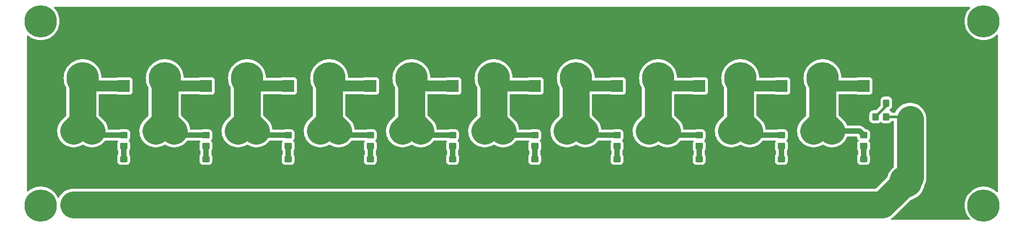
<source format=gtl>
G04 #@! TF.GenerationSoftware,KiCad,Pcbnew,6.0.4-6f826c9f35~116~ubuntu18.04.1*
G04 #@! TF.CreationDate,2022-05-10T11:21:29+08:00*
G04 #@! TF.ProjectId,XT60_connectors,58543630-5f63-46f6-9e6e-6563746f7273,rev?*
G04 #@! TF.SameCoordinates,Original*
G04 #@! TF.FileFunction,Copper,L1,Top*
G04 #@! TF.FilePolarity,Positive*
%FSLAX46Y46*%
G04 Gerber Fmt 4.6, Leading zero omitted, Abs format (unit mm)*
G04 Created by KiCad (PCBNEW 6.0.4-6f826c9f35~116~ubuntu18.04.1) date 2022-05-10 11:21:29*
%MOMM*%
%LPD*%
G01*
G04 APERTURE LIST*
G04 Aperture macros list*
%AMRoundRect*
0 Rectangle with rounded corners*
0 $1 Rounding radius*
0 $2 $3 $4 $5 $6 $7 $8 $9 X,Y pos of 4 corners*
0 Add a 4 corners polygon primitive as box body*
4,1,4,$2,$3,$4,$5,$6,$7,$8,$9,$2,$3,0*
0 Add four circle primitives for the rounded corners*
1,1,$1+$1,$2,$3*
1,1,$1+$1,$4,$5*
1,1,$1+$1,$6,$7*
1,1,$1+$1,$8,$9*
0 Add four rect primitives between the rounded corners*
20,1,$1+$1,$2,$3,$4,$5,0*
20,1,$1+$1,$4,$5,$6,$7,0*
20,1,$1+$1,$6,$7,$8,$9,0*
20,1,$1+$1,$8,$9,$2,$3,0*%
G04 Aperture macros list end*
G04 #@! TA.AperFunction,ComponentPad*
%ADD10R,2.200000X2.200000*%
G04 #@! TD*
G04 #@! TA.AperFunction,ComponentPad*
%ADD11O,2.200000X2.200000*%
G04 #@! TD*
G04 #@! TA.AperFunction,SMDPad,CuDef*
%ADD12RoundRect,0.250000X0.450000X-0.325000X0.450000X0.325000X-0.450000X0.325000X-0.450000X-0.325000X0*%
G04 #@! TD*
G04 #@! TA.AperFunction,SMDPad,CuDef*
%ADD13RoundRect,0.250000X-0.450000X0.350000X-0.450000X-0.350000X0.450000X-0.350000X0.450000X0.350000X0*%
G04 #@! TD*
G04 #@! TA.AperFunction,ComponentPad*
%ADD14RoundRect,1.500000X-1.500000X1.500000X-1.500000X-1.500000X1.500000X-1.500000X1.500000X1.500000X0*%
G04 #@! TD*
G04 #@! TA.AperFunction,ComponentPad*
%ADD15C,6.000000*%
G04 #@! TD*
G04 #@! TA.AperFunction,ComponentPad*
%ADD16R,1.800000X1.200000*%
G04 #@! TD*
G04 #@! TA.AperFunction,ComponentPad*
%ADD17C,4.500000*%
G04 #@! TD*
G04 #@! TA.AperFunction,ComponentPad*
%ADD18C,3.048000*%
G04 #@! TD*
G04 #@! TA.AperFunction,ComponentPad*
%ADD19C,3.051988*%
G04 #@! TD*
G04 #@! TA.AperFunction,ComponentPad*
%ADD20C,3.068258*%
G04 #@! TD*
G04 #@! TA.AperFunction,SMDPad,CuDef*
%ADD21RoundRect,0.250000X-0.325000X-0.450000X0.325000X-0.450000X0.325000X0.450000X-0.325000X0.450000X0*%
G04 #@! TD*
G04 #@! TA.AperFunction,SMDPad,CuDef*
%ADD22RoundRect,0.250000X0.350000X0.450000X-0.350000X0.450000X-0.350000X-0.450000X0.350000X-0.450000X0*%
G04 #@! TD*
G04 #@! TA.AperFunction,ComponentPad*
%ADD23RoundRect,1.500000X1.500000X1.500000X-1.500000X1.500000X-1.500000X-1.500000X1.500000X-1.500000X0*%
G04 #@! TD*
G04 #@! TA.AperFunction,ViaPad*
%ADD24C,6.000000*%
G04 #@! TD*
G04 #@! TA.AperFunction,Conductor*
%ADD25C,2.000000*%
G04 #@! TD*
G04 #@! TA.AperFunction,Conductor*
%ADD26C,1.000000*%
G04 #@! TD*
G04 #@! TA.AperFunction,Conductor*
%ADD27C,5.000000*%
G04 #@! TD*
G04 #@! TA.AperFunction,Conductor*
%ADD28C,0.500000*%
G04 #@! TD*
G04 APERTURE END LIST*
D10*
X137160000Y-55880000D03*
D11*
X137160000Y-45720000D03*
D10*
X106680000Y-55880000D03*
D11*
X106680000Y-45720000D03*
D10*
X45720000Y-55880000D03*
D11*
X45720000Y-45720000D03*
D10*
X182880000Y-55880000D03*
D11*
X182880000Y-45720000D03*
D12*
X121920000Y-71510000D03*
X121920000Y-69460000D03*
D13*
X60960000Y-65040000D03*
X60960000Y-67040000D03*
D14*
X175260000Y-47200000D03*
D15*
X175260000Y-54400000D03*
D14*
X114300000Y-47200000D03*
D15*
X114300000Y-54400000D03*
D16*
X197485000Y-51670000D03*
X197485000Y-65170000D03*
D17*
X191485000Y-54820000D03*
X191485000Y-62020000D03*
D14*
X53340000Y-47200000D03*
D15*
X53340000Y-54400000D03*
D18*
X36400000Y-64262000D03*
D19*
X39800000Y-64262000D03*
D20*
X36400000Y-77978000D03*
D19*
X39800000Y-77978000D03*
D21*
X185030000Y-59055000D03*
X187080000Y-59055000D03*
D12*
X182880000Y-71510000D03*
X182880000Y-69460000D03*
D10*
X91440000Y-55880000D03*
D11*
X91440000Y-45720000D03*
D10*
X167640000Y-55880000D03*
D11*
X167640000Y-45720000D03*
D22*
X187055000Y-61595000D03*
X185055000Y-61595000D03*
D13*
X152400000Y-65040000D03*
X152400000Y-67040000D03*
X121920000Y-65040000D03*
X121920000Y-67040000D03*
D18*
X173560000Y-64262000D03*
D19*
X176960000Y-64262000D03*
X176960000Y-77978000D03*
D20*
X173560000Y-77978000D03*
D12*
X137160000Y-71510000D03*
X137160000Y-69460000D03*
D19*
X116000000Y-64262000D03*
D18*
X112600000Y-64262000D03*
D19*
X116000000Y-77978000D03*
D20*
X112600000Y-77978000D03*
D18*
X66880000Y-64262000D03*
D19*
X70280000Y-64262000D03*
D20*
X66880000Y-77978000D03*
D19*
X70280000Y-77978000D03*
D14*
X144780000Y-47200000D03*
D15*
X144780000Y-54400000D03*
D13*
X106680000Y-65040000D03*
X106680000Y-67040000D03*
D12*
X167640000Y-71510000D03*
X167640000Y-69460000D03*
D13*
X91440000Y-65040000D03*
X91440000Y-67040000D03*
D19*
X146480000Y-64262000D03*
D18*
X143080000Y-64262000D03*
D20*
X143080000Y-77978000D03*
D19*
X146480000Y-77978000D03*
D10*
X121920000Y-55880000D03*
D11*
X121920000Y-45720000D03*
D23*
X197910000Y-73660000D03*
D15*
X190710000Y-73660000D03*
D13*
X76200000Y-65040000D03*
X76200000Y-67040000D03*
D14*
X129540000Y-47200000D03*
D15*
X129540000Y-54400000D03*
D10*
X152400000Y-55880000D03*
D11*
X152400000Y-45720000D03*
D14*
X160020000Y-47200000D03*
D15*
X160020000Y-54400000D03*
D12*
X76200000Y-71510000D03*
X76200000Y-69460000D03*
D13*
X137160000Y-65040000D03*
X137160000Y-67040000D03*
D14*
X99060000Y-47200000D03*
D15*
X99060000Y-54400000D03*
D14*
X83820000Y-47200000D03*
D15*
X83820000Y-54400000D03*
D12*
X91440000Y-71510000D03*
X91440000Y-69460000D03*
D18*
X51640000Y-64262000D03*
D19*
X55040000Y-64262000D03*
D20*
X51640000Y-77978000D03*
D19*
X55040000Y-77978000D03*
D12*
X60960000Y-71510000D03*
X60960000Y-69460000D03*
D19*
X85520000Y-64262000D03*
D18*
X82120000Y-64262000D03*
D19*
X85520000Y-77978000D03*
D20*
X82120000Y-77978000D03*
D10*
X76200000Y-55880000D03*
D11*
X76200000Y-45720000D03*
D10*
X60960000Y-55880000D03*
D11*
X60960000Y-45720000D03*
D13*
X45720000Y-65040000D03*
X45720000Y-67040000D03*
X182880000Y-65040000D03*
X182880000Y-67040000D03*
D12*
X106680000Y-71510000D03*
X106680000Y-69460000D03*
D14*
X38100000Y-47200000D03*
D15*
X38100000Y-54400000D03*
D19*
X131240000Y-64262000D03*
D18*
X127840000Y-64262000D03*
D20*
X127840000Y-77978000D03*
D19*
X131240000Y-77978000D03*
D13*
X167640000Y-65040000D03*
X167640000Y-67040000D03*
D19*
X161720000Y-64262000D03*
D18*
X158320000Y-64262000D03*
D20*
X158320000Y-77978000D03*
D19*
X161720000Y-77978000D03*
D12*
X152400000Y-71510000D03*
X152400000Y-69460000D03*
D18*
X97360000Y-64262000D03*
D19*
X100760000Y-64262000D03*
D20*
X97360000Y-77978000D03*
D19*
X100760000Y-77978000D03*
D12*
X45720000Y-71510000D03*
X45720000Y-69460000D03*
D14*
X68580000Y-47200000D03*
D15*
X68580000Y-54400000D03*
D24*
X205105000Y-43815000D03*
X30305000Y-43815000D03*
X30305000Y-78105000D03*
X205105000Y-78105000D03*
D25*
X131020000Y-45720000D02*
X129540000Y-47200000D01*
X100540000Y-45720000D02*
X99060000Y-47200000D01*
X115780000Y-45720000D02*
X114300000Y-47200000D01*
X182880000Y-45720000D02*
X176740000Y-45720000D01*
X176740000Y-45720000D02*
X175260000Y-47200000D01*
X91440000Y-45720000D02*
X85300000Y-45720000D01*
X106680000Y-45720000D02*
X100540000Y-45720000D01*
X152400000Y-45720000D02*
X146260000Y-45720000D01*
X121920000Y-45720000D02*
X115780000Y-45720000D01*
X70060000Y-45720000D02*
X68580000Y-47200000D01*
X76200000Y-45720000D02*
X70060000Y-45720000D01*
X45720000Y-45720000D02*
X39580000Y-45720000D01*
X54820000Y-45720000D02*
X53340000Y-47200000D01*
X167640000Y-45720000D02*
X161500000Y-45720000D01*
X85300000Y-45720000D02*
X83820000Y-47200000D01*
X39580000Y-45720000D02*
X38100000Y-47200000D01*
X161500000Y-45720000D02*
X160020000Y-47200000D01*
X60960000Y-45720000D02*
X54820000Y-45720000D01*
X137160000Y-45720000D02*
X131020000Y-45720000D01*
X146260000Y-45720000D02*
X144780000Y-47200000D01*
D26*
X45720000Y-67040000D02*
X45720000Y-69460000D01*
X60960000Y-67040000D02*
X60960000Y-69460000D01*
D27*
X186392000Y-77978000D02*
X176960000Y-77978000D01*
X36400000Y-77978000D02*
X176960000Y-77978000D01*
D28*
X191060000Y-61595000D02*
X191485000Y-62020000D01*
X187055000Y-61595000D02*
X191060000Y-61595000D01*
D27*
X191485000Y-62020000D02*
X191485000Y-72885000D01*
X191485000Y-72885000D02*
X186392000Y-77978000D01*
D25*
X54820000Y-55880000D02*
X53340000Y-54400000D01*
D27*
X53340000Y-54400000D02*
X53340000Y-62562000D01*
D26*
X55818000Y-65040000D02*
X55040000Y-64262000D01*
D25*
X60960000Y-55880000D02*
X54820000Y-55880000D01*
D27*
X53340000Y-62562000D02*
X51640000Y-64262000D01*
X53340000Y-62562000D02*
X55040000Y-64262000D01*
D26*
X60960000Y-65040000D02*
X55818000Y-65040000D01*
D25*
X39580000Y-55880000D02*
X38100000Y-54400000D01*
D26*
X45720000Y-65040000D02*
X40578000Y-65040000D01*
D27*
X38100000Y-54400000D02*
X38100000Y-62562000D01*
X38100000Y-62562000D02*
X39800000Y-64262000D01*
X38100000Y-62562000D02*
X36400000Y-64262000D01*
D26*
X40578000Y-65040000D02*
X39800000Y-64262000D01*
D25*
X45720000Y-55880000D02*
X39580000Y-55880000D01*
D26*
X76200000Y-67040000D02*
X76200000Y-69460000D01*
X91440000Y-67040000D02*
X91440000Y-69460000D01*
X71058000Y-65040000D02*
X70280000Y-64262000D01*
X76200000Y-65040000D02*
X71058000Y-65040000D01*
D25*
X76200000Y-55880000D02*
X70060000Y-55880000D01*
D27*
X68580000Y-54400000D02*
X68580000Y-62562000D01*
X68580000Y-62562000D02*
X66880000Y-64262000D01*
X68580000Y-62562000D02*
X70280000Y-64262000D01*
D25*
X70060000Y-55880000D02*
X68580000Y-54400000D01*
X91440000Y-55880000D02*
X85300000Y-55880000D01*
D27*
X83820000Y-62562000D02*
X85520000Y-64262000D01*
D26*
X86298000Y-65040000D02*
X85520000Y-64262000D01*
D27*
X83820000Y-54400000D02*
X83820000Y-57150000D01*
D26*
X91440000Y-65040000D02*
X86298000Y-65040000D01*
D27*
X83820000Y-62562000D02*
X82120000Y-64262000D01*
X83820000Y-57150000D02*
X83820000Y-62562000D01*
D25*
X85300000Y-55880000D02*
X83820000Y-54400000D01*
D26*
X106680000Y-67040000D02*
X106680000Y-69460000D01*
X121920000Y-67040000D02*
X121920000Y-69460000D01*
D27*
X99060000Y-62562000D02*
X97360000Y-64262000D01*
X99060000Y-54400000D02*
X99060000Y-62562000D01*
D25*
X106680000Y-55880000D02*
X100540000Y-55880000D01*
D26*
X106680000Y-65040000D02*
X101538000Y-65040000D01*
X101538000Y-65040000D02*
X100760000Y-64262000D01*
D25*
X100540000Y-55880000D02*
X99060000Y-54400000D01*
D27*
X99060000Y-62562000D02*
X100760000Y-64262000D01*
D25*
X121920000Y-55880000D02*
X115780000Y-55880000D01*
X115780000Y-55880000D02*
X114300000Y-54400000D01*
D26*
X116778000Y-65040000D02*
X116000000Y-64262000D01*
D27*
X114300000Y-62562000D02*
X116000000Y-64262000D01*
X114300000Y-62562000D02*
X112600000Y-64262000D01*
D26*
X121920000Y-65040000D02*
X116778000Y-65040000D01*
D27*
X114300000Y-54400000D02*
X114300000Y-62562000D01*
D26*
X137160000Y-67040000D02*
X137160000Y-69460000D01*
X182880000Y-67040000D02*
X182880000Y-69460000D01*
D27*
X129540000Y-62562000D02*
X131240000Y-64262000D01*
D25*
X131020000Y-55880000D02*
X129540000Y-54400000D01*
D27*
X129540000Y-62562000D02*
X127840000Y-64262000D01*
D25*
X137160000Y-55880000D02*
X131020000Y-55880000D01*
D26*
X137160000Y-65040000D02*
X132018000Y-65040000D01*
X132018000Y-65040000D02*
X131240000Y-64262000D01*
D27*
X129540000Y-54400000D02*
X129540000Y-62562000D01*
D26*
X176960000Y-64262000D02*
X182102000Y-64262000D01*
D25*
X176740000Y-55880000D02*
X175260000Y-54400000D01*
D26*
X182102000Y-64262000D02*
X182880000Y-65040000D01*
D27*
X175260000Y-62562000D02*
X176960000Y-64262000D01*
X175260000Y-62562000D02*
X173560000Y-64262000D01*
X175260000Y-54400000D02*
X175260000Y-62562000D01*
D25*
X182880000Y-55880000D02*
X176740000Y-55880000D01*
D26*
X167640000Y-67040000D02*
X167640000Y-69460000D01*
X152400000Y-67040000D02*
X152400000Y-69460000D01*
D25*
X167640000Y-55880000D02*
X161500000Y-55880000D01*
D26*
X167640000Y-65040000D02*
X162498000Y-65040000D01*
D27*
X160020000Y-54400000D02*
X160020000Y-62562000D01*
X160020000Y-62562000D02*
X161720000Y-64262000D01*
X160020000Y-62562000D02*
X158320000Y-64262000D01*
D25*
X161500000Y-55880000D02*
X160020000Y-54400000D01*
D26*
X162498000Y-65040000D02*
X161720000Y-64262000D01*
X152400000Y-65040000D02*
X147258000Y-65040000D01*
D27*
X144780000Y-62562000D02*
X146480000Y-64262000D01*
D25*
X152400000Y-55880000D02*
X146260000Y-55880000D01*
D26*
X147258000Y-65040000D02*
X146480000Y-64262000D01*
D27*
X144780000Y-54400000D02*
X144780000Y-62562000D01*
X144780000Y-62562000D02*
X143080000Y-64262000D01*
D25*
X146260000Y-55880000D02*
X144780000Y-54400000D01*
D28*
X187080000Y-59055000D02*
X187080000Y-59570000D01*
X187080000Y-59570000D02*
X185055000Y-61595000D01*
G04 #@! TA.AperFunction,Conductor*
G36*
X202573662Y-41168502D02*
G01*
X202620155Y-41222158D01*
X202630259Y-41292432D01*
X202600765Y-41357012D01*
X202594636Y-41363595D01*
X202494098Y-41464133D01*
X202262668Y-41749925D01*
X202062380Y-42058343D01*
X201895427Y-42386006D01*
X201763639Y-42729326D01*
X201668459Y-43084541D01*
X201610931Y-43447759D01*
X201591685Y-43815000D01*
X201610931Y-44182241D01*
X201668459Y-44545459D01*
X201763639Y-44900674D01*
X201895427Y-45243994D01*
X202062380Y-45571657D01*
X202262668Y-45880075D01*
X202494098Y-46165867D01*
X202754133Y-46425902D01*
X203039925Y-46657332D01*
X203348342Y-46857620D01*
X203351276Y-46859115D01*
X203351283Y-46859119D01*
X203673066Y-47023075D01*
X203676006Y-47024573D01*
X204019326Y-47156361D01*
X204374541Y-47251541D01*
X204567558Y-47282112D01*
X204734511Y-47308555D01*
X204734519Y-47308556D01*
X204737759Y-47309069D01*
X205105000Y-47328315D01*
X205472241Y-47309069D01*
X205475481Y-47308556D01*
X205475489Y-47308555D01*
X205642442Y-47282112D01*
X205835459Y-47251541D01*
X206190674Y-47156361D01*
X206533994Y-47024573D01*
X206536934Y-47023075D01*
X206858717Y-46859119D01*
X206858724Y-46859115D01*
X206861658Y-46857620D01*
X207170075Y-46657332D01*
X207455867Y-46425902D01*
X207556405Y-46325364D01*
X207618717Y-46291338D01*
X207689532Y-46296403D01*
X207746368Y-46338950D01*
X207771179Y-46405470D01*
X207771500Y-46414459D01*
X207771500Y-75505541D01*
X207751498Y-75573662D01*
X207697842Y-75620155D01*
X207627568Y-75630259D01*
X207562988Y-75600765D01*
X207556405Y-75594636D01*
X207455867Y-75494098D01*
X207170075Y-75262668D01*
X206861658Y-75062380D01*
X206858724Y-75060885D01*
X206858717Y-75060881D01*
X206536934Y-74896925D01*
X206533994Y-74895427D01*
X206190674Y-74763639D01*
X205835459Y-74668459D01*
X205642442Y-74637888D01*
X205475489Y-74611445D01*
X205475481Y-74611444D01*
X205472241Y-74610931D01*
X205105000Y-74591685D01*
X204737759Y-74610931D01*
X204734519Y-74611444D01*
X204734511Y-74611445D01*
X204567558Y-74637888D01*
X204374541Y-74668459D01*
X204019326Y-74763639D01*
X203676006Y-74895427D01*
X203673066Y-74896925D01*
X203351284Y-75060881D01*
X203351277Y-75060885D01*
X203348343Y-75062380D01*
X203345577Y-75064176D01*
X203345574Y-75064178D01*
X203141482Y-75196716D01*
X203039925Y-75262668D01*
X202754133Y-75494098D01*
X202494098Y-75754133D01*
X202262668Y-76039925D01*
X202260866Y-76042700D01*
X202111317Y-76272987D01*
X202062380Y-76348343D01*
X202060885Y-76351277D01*
X202060881Y-76351284D01*
X201921363Y-76625103D01*
X201895427Y-76676006D01*
X201763639Y-77019326D01*
X201668459Y-77374541D01*
X201610931Y-77737759D01*
X201591685Y-78105000D01*
X201610931Y-78472241D01*
X201668459Y-78835459D01*
X201763639Y-79190674D01*
X201895427Y-79533994D01*
X201896925Y-79536934D01*
X201993547Y-79726564D01*
X202062380Y-79861657D01*
X202262668Y-80170075D01*
X202494098Y-80455867D01*
X202594636Y-80556405D01*
X202628662Y-80618717D01*
X202623597Y-80689532D01*
X202581050Y-80746368D01*
X202514530Y-80771179D01*
X202505541Y-80771500D01*
X188042041Y-80771500D01*
X187973920Y-80751498D01*
X187927427Y-80697842D01*
X187917323Y-80627568D01*
X187946817Y-80562988D01*
X187979614Y-80536052D01*
X188030173Y-80507214D01*
X188033324Y-80505417D01*
X188106987Y-80451305D01*
X188112405Y-80447540D01*
X188185756Y-80399358D01*
X188185760Y-80399355D01*
X188188782Y-80397370D01*
X188191563Y-80395045D01*
X188191568Y-80395041D01*
X188246294Y-80349284D01*
X188252522Y-80344400D01*
X188279793Y-80324367D01*
X188312940Y-80300018D01*
X188379897Y-80237798D01*
X188384829Y-80233450D01*
X188423779Y-80200883D01*
X188476740Y-80147922D01*
X188480064Y-80144717D01*
X188564441Y-80066309D01*
X188567096Y-80063842D01*
X188600628Y-80024582D01*
X188607333Y-80017329D01*
X191536334Y-77088328D01*
X191592817Y-77055716D01*
X191795674Y-77001361D01*
X192138994Y-76869573D01*
X192141934Y-76868075D01*
X192463717Y-76704119D01*
X192463724Y-76704115D01*
X192466658Y-76702620D01*
X192481215Y-76693167D01*
X192772300Y-76504134D01*
X192775075Y-76502332D01*
X193060867Y-76270902D01*
X193320902Y-76010867D01*
X193552332Y-75725075D01*
X193700807Y-75496442D01*
X193750822Y-75419426D01*
X193750824Y-75419423D01*
X193752620Y-75416657D01*
X193822006Y-75280481D01*
X193918075Y-75091934D01*
X193919573Y-75088994D01*
X194051361Y-74745674D01*
X194146541Y-74390459D01*
X194165999Y-74267604D01*
X194179717Y-74227192D01*
X194210052Y-74171321D01*
X194211786Y-74168128D01*
X194245875Y-74083330D01*
X194248493Y-74077279D01*
X194285449Y-73997664D01*
X194285451Y-73997659D01*
X194286973Y-73994380D01*
X194310515Y-73923197D01*
X194313234Y-73915767D01*
X194339840Y-73849584D01*
X194339842Y-73849579D01*
X194341194Y-73846215D01*
X194365311Y-73758059D01*
X194367217Y-73751744D01*
X194394773Y-73668423D01*
X194395913Y-73664977D01*
X194411113Y-73591577D01*
X194412961Y-73583880D01*
X194431786Y-73515068D01*
X194431787Y-73515065D01*
X194432745Y-73511562D01*
X194446570Y-73421216D01*
X194447738Y-73414724D01*
X194465532Y-73328801D01*
X194465533Y-73328796D01*
X194466270Y-73325236D01*
X194472933Y-73250577D01*
X194473884Y-73242719D01*
X194484675Y-73172198D01*
X194485225Y-73168605D01*
X194488574Y-73077272D01*
X194488988Y-73070689D01*
X194493251Y-73022926D01*
X194493251Y-73022916D01*
X194493500Y-73020131D01*
X194493500Y-72945223D01*
X194493585Y-72940606D01*
X194497805Y-72825527D01*
X194497805Y-72825520D01*
X194497938Y-72821888D01*
X194493888Y-72770427D01*
X194493500Y-72760541D01*
X194493500Y-61931568D01*
X194478627Y-61673626D01*
X194418976Y-61331842D01*
X194414236Y-61315838D01*
X194378482Y-61195137D01*
X194320437Y-60999180D01*
X194251048Y-60836500D01*
X194185740Y-60683386D01*
X194185738Y-60683383D01*
X194184316Y-60680048D01*
X194182508Y-60676877D01*
X194014208Y-60381816D01*
X194012417Y-60378676D01*
X193807018Y-60099060D01*
X193570842Y-59844904D01*
X193307019Y-59619578D01*
X193019047Y-59426069D01*
X192710741Y-59266940D01*
X192386189Y-59144302D01*
X192382668Y-59143418D01*
X192382663Y-59143416D01*
X192221378Y-59102904D01*
X192049692Y-59059780D01*
X192027476Y-59056855D01*
X191709315Y-59014968D01*
X191709307Y-59014967D01*
X191705711Y-59014494D01*
X191561045Y-59012221D01*
X191362446Y-59009101D01*
X191362442Y-59009101D01*
X191358804Y-59009044D01*
X191355190Y-59009405D01*
X191355184Y-59009405D01*
X191111843Y-59033694D01*
X191013569Y-59043503D01*
X190674583Y-59117414D01*
X190671156Y-59118587D01*
X190671150Y-59118589D01*
X190592296Y-59145587D01*
X190346339Y-59229797D01*
X190033188Y-59379163D01*
X189739279Y-59563532D01*
X189736443Y-59565804D01*
X189736436Y-59565809D01*
X189619040Y-59659861D01*
X189468509Y-59780459D01*
X189224466Y-60027071D01*
X189222225Y-60029929D01*
X189165732Y-60101978D01*
X189010386Y-60300098D01*
X189008493Y-60303187D01*
X189008491Y-60303190D01*
X188962233Y-60378676D01*
X188829105Y-60595921D01*
X188827582Y-60599202D01*
X188827574Y-60599217D01*
X188751293Y-60763551D01*
X188704469Y-60816918D01*
X188637006Y-60836500D01*
X188176311Y-60836500D01*
X188108190Y-60816498D01*
X188069167Y-60776804D01*
X188060966Y-60763551D01*
X188003478Y-60670652D01*
X187878303Y-60545695D01*
X187872072Y-60541854D01*
X187733968Y-60456725D01*
X187733966Y-60456724D01*
X187727738Y-60452885D01*
X187711569Y-60447522D01*
X187702570Y-60444537D01*
X187644209Y-60404107D01*
X187616972Y-60338543D01*
X187629505Y-60268661D01*
X187677829Y-60216649D01*
X187702359Y-60205421D01*
X187721993Y-60198871D01*
X187722003Y-60198867D01*
X187728946Y-60196550D01*
X187879348Y-60103478D01*
X188004305Y-59978303D01*
X188086534Y-59844904D01*
X188093275Y-59833968D01*
X188093276Y-59833966D01*
X188097115Y-59827738D01*
X188152797Y-59659861D01*
X188163500Y-59555400D01*
X188163500Y-58554600D01*
X188152526Y-58448834D01*
X188096550Y-58281054D01*
X188003478Y-58130652D01*
X187878303Y-58005695D01*
X187872072Y-58001854D01*
X187733968Y-57916725D01*
X187733966Y-57916724D01*
X187727738Y-57912885D01*
X187567254Y-57859655D01*
X187566389Y-57859368D01*
X187566387Y-57859368D01*
X187559861Y-57857203D01*
X187553025Y-57856503D01*
X187553022Y-57856502D01*
X187509969Y-57852091D01*
X187455400Y-57846500D01*
X186704600Y-57846500D01*
X186701354Y-57846837D01*
X186701350Y-57846837D01*
X186605692Y-57856762D01*
X186605688Y-57856763D01*
X186598834Y-57857474D01*
X186592298Y-57859655D01*
X186592296Y-57859655D01*
X186460194Y-57903728D01*
X186431054Y-57913450D01*
X186280652Y-58006522D01*
X186155695Y-58131697D01*
X186062885Y-58282262D01*
X186007203Y-58450139D01*
X185996500Y-58554600D01*
X185996500Y-59528629D01*
X185976498Y-59596750D01*
X185959595Y-59617724D01*
X185227724Y-60349595D01*
X185165412Y-60383621D01*
X185138629Y-60386500D01*
X184654600Y-60386500D01*
X184651354Y-60386837D01*
X184651350Y-60386837D01*
X184555692Y-60396762D01*
X184555688Y-60396763D01*
X184548834Y-60397474D01*
X184542298Y-60399655D01*
X184542296Y-60399655D01*
X184410194Y-60443728D01*
X184381054Y-60453450D01*
X184230652Y-60546522D01*
X184105695Y-60671697D01*
X184012885Y-60822262D01*
X183957203Y-60990139D01*
X183956503Y-60996975D01*
X183956502Y-60996978D01*
X183955919Y-61002666D01*
X183946500Y-61094600D01*
X183946500Y-62095400D01*
X183957474Y-62201166D01*
X183959655Y-62207702D01*
X183959655Y-62207704D01*
X183967889Y-62232383D01*
X184013450Y-62368946D01*
X184106522Y-62519348D01*
X184231697Y-62644305D01*
X184237927Y-62648145D01*
X184237928Y-62648146D01*
X184375090Y-62732694D01*
X184382262Y-62737115D01*
X184427667Y-62752175D01*
X184543611Y-62790632D01*
X184543613Y-62790632D01*
X184550139Y-62792797D01*
X184556975Y-62793497D01*
X184556978Y-62793498D01*
X184600031Y-62797909D01*
X184654600Y-62803500D01*
X185455400Y-62803500D01*
X185458646Y-62803163D01*
X185458650Y-62803163D01*
X185554308Y-62793238D01*
X185554312Y-62793237D01*
X185561166Y-62792526D01*
X185567702Y-62790345D01*
X185567704Y-62790345D01*
X185699806Y-62746272D01*
X185728946Y-62736550D01*
X185879348Y-62643478D01*
X185965784Y-62556891D01*
X186028066Y-62522812D01*
X186098886Y-62527815D01*
X186143976Y-62556736D01*
X186231697Y-62644305D01*
X186237927Y-62648145D01*
X186237928Y-62648146D01*
X186375090Y-62732694D01*
X186382262Y-62737115D01*
X186427667Y-62752175D01*
X186543611Y-62790632D01*
X186543613Y-62790632D01*
X186550139Y-62792797D01*
X186556975Y-62793497D01*
X186556978Y-62793498D01*
X186600031Y-62797909D01*
X186654600Y-62803500D01*
X187455400Y-62803500D01*
X187458646Y-62803163D01*
X187458650Y-62803163D01*
X187554308Y-62793238D01*
X187554312Y-62793237D01*
X187561166Y-62792526D01*
X187567702Y-62790345D01*
X187567704Y-62790345D01*
X187699806Y-62746272D01*
X187728946Y-62736550D01*
X187879348Y-62643478D01*
X188004305Y-62518303D01*
X188068979Y-62413383D01*
X188121750Y-62365891D01*
X188176238Y-62353500D01*
X188350500Y-62353500D01*
X188418621Y-62373502D01*
X188465114Y-62427158D01*
X188476500Y-62479500D01*
X188476500Y-70893958D01*
X188456498Y-70962079D01*
X188429795Y-70991877D01*
X188359133Y-71049098D01*
X188099098Y-71309133D01*
X187867668Y-71594925D01*
X187667380Y-71903343D01*
X187500427Y-72231006D01*
X187368639Y-72574326D01*
X187367785Y-72577512D01*
X187367783Y-72577519D01*
X187314283Y-72777183D01*
X187281671Y-72833667D01*
X185182743Y-74932595D01*
X185120431Y-74966621D01*
X185093648Y-74969500D01*
X36311568Y-74969500D01*
X36309749Y-74969605D01*
X36309745Y-74969605D01*
X36057246Y-74984164D01*
X36057241Y-74984165D01*
X36053626Y-74984373D01*
X35980160Y-74997195D01*
X35715415Y-75043400D01*
X35715408Y-75043402D01*
X35711842Y-75044024D01*
X35708367Y-75045053D01*
X35708360Y-75045055D01*
X35643803Y-75064178D01*
X35379180Y-75142563D01*
X35375844Y-75143986D01*
X35375841Y-75143987D01*
X35063386Y-75277260D01*
X35063383Y-75277262D01*
X35060048Y-75278684D01*
X35056901Y-75280479D01*
X35056897Y-75280481D01*
X34945857Y-75343817D01*
X34758676Y-75450583D01*
X34755764Y-75452722D01*
X34755761Y-75452724D01*
X34702276Y-75492013D01*
X34479060Y-75655982D01*
X34224904Y-75892158D01*
X33999578Y-76155981D01*
X33806069Y-76443953D01*
X33804408Y-76447170D01*
X33804408Y-76447171D01*
X33712570Y-76625103D01*
X33663552Y-76676462D01*
X33594548Y-76693167D01*
X33527468Y-76669915D01*
X33488337Y-76624516D01*
X33349119Y-76351284D01*
X33349115Y-76351277D01*
X33347620Y-76348343D01*
X33298684Y-76272987D01*
X33149134Y-76042700D01*
X33147332Y-76039925D01*
X32915902Y-75754133D01*
X32655867Y-75494098D01*
X32370075Y-75262668D01*
X32061658Y-75062380D01*
X32058724Y-75060885D01*
X32058717Y-75060881D01*
X31736934Y-74896925D01*
X31733994Y-74895427D01*
X31390674Y-74763639D01*
X31035459Y-74668459D01*
X30842442Y-74637888D01*
X30675489Y-74611445D01*
X30675481Y-74611444D01*
X30672241Y-74610931D01*
X30305000Y-74591685D01*
X29937759Y-74610931D01*
X29934519Y-74611444D01*
X29934511Y-74611445D01*
X29767558Y-74637888D01*
X29574541Y-74668459D01*
X29219326Y-74763639D01*
X28876006Y-74895427D01*
X28873066Y-74896925D01*
X28551284Y-75060881D01*
X28551277Y-75060885D01*
X28548343Y-75062380D01*
X28545577Y-75064176D01*
X28545574Y-75064178D01*
X28341482Y-75196716D01*
X28239925Y-75262668D01*
X28018792Y-75441738D01*
X27953267Y-75469063D01*
X27883369Y-75456623D01*
X27831292Y-75408369D01*
X27813500Y-75343817D01*
X27813500Y-64325112D01*
X33387062Y-64325112D01*
X33414283Y-64670993D01*
X33481079Y-65011451D01*
X33482183Y-65014910D01*
X33563752Y-65270500D01*
X33586563Y-65341978D01*
X33588055Y-65345282D01*
X33681710Y-65552704D01*
X33729338Y-65658189D01*
X33731203Y-65661305D01*
X33731205Y-65661309D01*
X33905640Y-65952769D01*
X33905646Y-65952778D01*
X33907511Y-65955894D01*
X34118720Y-66231147D01*
X34121233Y-66233740D01*
X34121238Y-66233746D01*
X34256187Y-66373002D01*
X34360167Y-66480301D01*
X34362976Y-66482600D01*
X34362978Y-66482602D01*
X34419190Y-66528611D01*
X34628651Y-66700053D01*
X34920613Y-66887490D01*
X34923864Y-66889083D01*
X34923870Y-66889086D01*
X35203587Y-67026117D01*
X35232183Y-67040126D01*
X35235596Y-67041335D01*
X35235597Y-67041335D01*
X35555811Y-67154729D01*
X35555818Y-67154731D01*
X35559232Y-67155940D01*
X35562768Y-67156750D01*
X35562772Y-67156751D01*
X35893879Y-67232584D01*
X35893885Y-67232585D01*
X35897426Y-67233396D01*
X36242280Y-67271469D01*
X36589225Y-67269653D01*
X36592826Y-67269217D01*
X36592830Y-67269217D01*
X36930052Y-67228408D01*
X36930054Y-67228408D01*
X36933662Y-67227971D01*
X36937187Y-67227125D01*
X36937191Y-67227124D01*
X37267495Y-67147825D01*
X37267503Y-67147822D01*
X37271025Y-67146977D01*
X37274432Y-67145730D01*
X37274436Y-67145729D01*
X37593442Y-67028989D01*
X37593443Y-67028989D01*
X37596844Y-67027744D01*
X37600072Y-67026120D01*
X37600080Y-67026117D01*
X37782921Y-66934157D01*
X37906799Y-66871853D01*
X37909816Y-66869871D01*
X37909825Y-66869866D01*
X38028724Y-66791763D01*
X38096641Y-66771081D01*
X38170351Y-66793988D01*
X38208984Y-66821139D01*
X38208990Y-66821143D01*
X38211967Y-66823235D01*
X38215154Y-66824965D01*
X38215163Y-66824971D01*
X38333249Y-66889086D01*
X38516872Y-66988785D01*
X38520237Y-66990138D01*
X38520244Y-66990141D01*
X38835415Y-67116840D01*
X38835420Y-67116842D01*
X38838784Y-67118194D01*
X39173438Y-67209745D01*
X39177029Y-67210294D01*
X39177036Y-67210296D01*
X39406630Y-67245428D01*
X39516395Y-67262224D01*
X39645204Y-67266947D01*
X39859473Y-67274805D01*
X39859481Y-67274805D01*
X39863112Y-67274938D01*
X39866733Y-67274653D01*
X39866735Y-67274653D01*
X39937145Y-67269112D01*
X40208993Y-67247717D01*
X40549451Y-67180921D01*
X40659723Y-67145729D01*
X40876520Y-67076541D01*
X40876526Y-67076539D01*
X40879978Y-67075437D01*
X40985606Y-67027744D01*
X41192879Y-66934157D01*
X41192886Y-66934154D01*
X41196189Y-66932662D01*
X41199309Y-66930795D01*
X41490769Y-66756360D01*
X41490778Y-66756354D01*
X41493894Y-66754489D01*
X41769147Y-66543280D01*
X41771740Y-66540767D01*
X41771746Y-66540762D01*
X41944860Y-66373002D01*
X42018301Y-66301833D01*
X42076157Y-66231147D01*
X42187843Y-66094694D01*
X42246468Y-66054648D01*
X42285347Y-66048500D01*
X44548691Y-66048500D01*
X44616812Y-66068502D01*
X44663305Y-66122158D01*
X44673409Y-66192432D01*
X44655951Y-66240616D01*
X44577885Y-66367262D01*
X44522203Y-66535139D01*
X44511500Y-66639600D01*
X44511500Y-67440400D01*
X44522474Y-67546166D01*
X44578450Y-67713946D01*
X44671522Y-67864348D01*
X44676704Y-67869521D01*
X44681249Y-67875255D01*
X44679576Y-67876581D01*
X44708598Y-67929625D01*
X44711500Y-67956511D01*
X44711500Y-68568694D01*
X44691498Y-68636815D01*
X44680317Y-68650702D01*
X44680404Y-68650771D01*
X44675866Y-68656517D01*
X44670695Y-68661697D01*
X44577885Y-68812262D01*
X44522203Y-68980139D01*
X44511500Y-69084600D01*
X44511500Y-69835400D01*
X44522474Y-69941166D01*
X44578450Y-70108946D01*
X44671522Y-70259348D01*
X44796697Y-70384305D01*
X44802927Y-70388145D01*
X44802928Y-70388146D01*
X44940090Y-70472694D01*
X44947262Y-70477115D01*
X45027005Y-70503564D01*
X45108611Y-70530632D01*
X45108613Y-70530632D01*
X45115139Y-70532797D01*
X45121975Y-70533497D01*
X45121978Y-70533498D01*
X45165031Y-70537909D01*
X45219600Y-70543500D01*
X46220400Y-70543500D01*
X46223646Y-70543163D01*
X46223650Y-70543163D01*
X46319308Y-70533238D01*
X46319312Y-70533237D01*
X46326166Y-70532526D01*
X46332702Y-70530345D01*
X46332704Y-70530345D01*
X46464806Y-70486272D01*
X46493946Y-70476550D01*
X46644348Y-70383478D01*
X46769305Y-70258303D01*
X46862115Y-70107738D01*
X46917797Y-69939861D01*
X46928500Y-69835400D01*
X46928500Y-69084600D01*
X46917526Y-68978834D01*
X46861550Y-68811054D01*
X46768478Y-68660652D01*
X46763296Y-68655479D01*
X46758751Y-68649745D01*
X46760424Y-68648419D01*
X46731402Y-68595375D01*
X46728500Y-68568489D01*
X46728500Y-67956306D01*
X46748502Y-67888185D01*
X46759683Y-67874298D01*
X46759596Y-67874229D01*
X46764134Y-67868483D01*
X46769305Y-67863303D01*
X46862115Y-67712738D01*
X46917797Y-67544861D01*
X46928500Y-67440400D01*
X46928500Y-66639600D01*
X46928163Y-66636350D01*
X46918238Y-66540692D01*
X46918237Y-66540688D01*
X46917526Y-66533834D01*
X46898796Y-66477692D01*
X46863868Y-66373002D01*
X46861550Y-66366054D01*
X46768478Y-66215652D01*
X46681891Y-66129216D01*
X46647812Y-66066934D01*
X46652815Y-65996114D01*
X46681736Y-65951025D01*
X46764134Y-65868483D01*
X46769305Y-65863303D01*
X46842571Y-65744444D01*
X46858275Y-65718968D01*
X46858276Y-65718966D01*
X46862115Y-65712738D01*
X46917797Y-65544861D01*
X46928500Y-65440400D01*
X46928500Y-64639600D01*
X46917526Y-64533834D01*
X46861550Y-64366054D01*
X46836214Y-64325112D01*
X48627062Y-64325112D01*
X48654283Y-64670993D01*
X48721079Y-65011451D01*
X48722183Y-65014910D01*
X48803752Y-65270500D01*
X48826563Y-65341978D01*
X48828055Y-65345282D01*
X48921710Y-65552704D01*
X48969338Y-65658189D01*
X48971203Y-65661305D01*
X48971205Y-65661309D01*
X49145640Y-65952769D01*
X49145646Y-65952778D01*
X49147511Y-65955894D01*
X49358720Y-66231147D01*
X49361233Y-66233740D01*
X49361238Y-66233746D01*
X49496187Y-66373002D01*
X49600167Y-66480301D01*
X49602976Y-66482600D01*
X49602978Y-66482602D01*
X49659190Y-66528611D01*
X49868651Y-66700053D01*
X50160613Y-66887490D01*
X50163864Y-66889083D01*
X50163870Y-66889086D01*
X50443587Y-67026117D01*
X50472183Y-67040126D01*
X50475596Y-67041335D01*
X50475597Y-67041335D01*
X50795811Y-67154729D01*
X50795818Y-67154731D01*
X50799232Y-67155940D01*
X50802768Y-67156750D01*
X50802772Y-67156751D01*
X51133879Y-67232584D01*
X51133885Y-67232585D01*
X51137426Y-67233396D01*
X51482280Y-67271469D01*
X51829225Y-67269653D01*
X51832826Y-67269217D01*
X51832830Y-67269217D01*
X52170052Y-67228408D01*
X52170054Y-67228408D01*
X52173662Y-67227971D01*
X52177187Y-67227125D01*
X52177191Y-67227124D01*
X52507495Y-67147825D01*
X52507503Y-67147822D01*
X52511025Y-67146977D01*
X52514432Y-67145730D01*
X52514436Y-67145729D01*
X52833442Y-67028989D01*
X52833443Y-67028989D01*
X52836844Y-67027744D01*
X52840072Y-67026120D01*
X52840080Y-67026117D01*
X53022921Y-66934157D01*
X53146799Y-66871853D01*
X53149816Y-66869871D01*
X53149825Y-66869866D01*
X53268724Y-66791763D01*
X53336641Y-66771081D01*
X53410351Y-66793988D01*
X53448984Y-66821139D01*
X53448990Y-66821143D01*
X53451967Y-66823235D01*
X53455154Y-66824965D01*
X53455163Y-66824971D01*
X53573249Y-66889086D01*
X53756872Y-66988785D01*
X53760237Y-66990138D01*
X53760244Y-66990141D01*
X54075415Y-67116840D01*
X54075420Y-67116842D01*
X54078784Y-67118194D01*
X54413438Y-67209745D01*
X54417029Y-67210294D01*
X54417036Y-67210296D01*
X54646630Y-67245428D01*
X54756395Y-67262224D01*
X54885204Y-67266947D01*
X55099473Y-67274805D01*
X55099481Y-67274805D01*
X55103112Y-67274938D01*
X55106733Y-67274653D01*
X55106735Y-67274653D01*
X55177145Y-67269112D01*
X55448993Y-67247717D01*
X55789451Y-67180921D01*
X55899723Y-67145729D01*
X56116520Y-67076541D01*
X56116526Y-67076539D01*
X56119978Y-67075437D01*
X56225606Y-67027744D01*
X56432879Y-66934157D01*
X56432886Y-66934154D01*
X56436189Y-66932662D01*
X56439309Y-66930795D01*
X56730769Y-66756360D01*
X56730778Y-66756354D01*
X56733894Y-66754489D01*
X57009147Y-66543280D01*
X57011740Y-66540767D01*
X57011746Y-66540762D01*
X57184860Y-66373002D01*
X57258301Y-66301833D01*
X57316157Y-66231147D01*
X57427843Y-66094694D01*
X57486468Y-66054648D01*
X57525347Y-66048500D01*
X59788691Y-66048500D01*
X59856812Y-66068502D01*
X59903305Y-66122158D01*
X59913409Y-66192432D01*
X59895951Y-66240616D01*
X59817885Y-66367262D01*
X59762203Y-66535139D01*
X59751500Y-66639600D01*
X59751500Y-67440400D01*
X59762474Y-67546166D01*
X59818450Y-67713946D01*
X59911522Y-67864348D01*
X59916704Y-67869521D01*
X59921249Y-67875255D01*
X59919576Y-67876581D01*
X59948598Y-67929625D01*
X59951500Y-67956511D01*
X59951500Y-68568694D01*
X59931498Y-68636815D01*
X59920317Y-68650702D01*
X59920404Y-68650771D01*
X59915866Y-68656517D01*
X59910695Y-68661697D01*
X59817885Y-68812262D01*
X59762203Y-68980139D01*
X59751500Y-69084600D01*
X59751500Y-69835400D01*
X59762474Y-69941166D01*
X59818450Y-70108946D01*
X59911522Y-70259348D01*
X60036697Y-70384305D01*
X60042927Y-70388145D01*
X60042928Y-70388146D01*
X60180090Y-70472694D01*
X60187262Y-70477115D01*
X60267005Y-70503564D01*
X60348611Y-70530632D01*
X60348613Y-70530632D01*
X60355139Y-70532797D01*
X60361975Y-70533497D01*
X60361978Y-70533498D01*
X60405031Y-70537909D01*
X60459600Y-70543500D01*
X61460400Y-70543500D01*
X61463646Y-70543163D01*
X61463650Y-70543163D01*
X61559308Y-70533238D01*
X61559312Y-70533237D01*
X61566166Y-70532526D01*
X61572702Y-70530345D01*
X61572704Y-70530345D01*
X61704806Y-70486272D01*
X61733946Y-70476550D01*
X61884348Y-70383478D01*
X62009305Y-70258303D01*
X62102115Y-70107738D01*
X62157797Y-69939861D01*
X62168500Y-69835400D01*
X62168500Y-69084600D01*
X62157526Y-68978834D01*
X62101550Y-68811054D01*
X62008478Y-68660652D01*
X62003296Y-68655479D01*
X61998751Y-68649745D01*
X62000424Y-68648419D01*
X61971402Y-68595375D01*
X61968500Y-68568489D01*
X61968500Y-67956306D01*
X61988502Y-67888185D01*
X61999683Y-67874298D01*
X61999596Y-67874229D01*
X62004134Y-67868483D01*
X62009305Y-67863303D01*
X62102115Y-67712738D01*
X62157797Y-67544861D01*
X62168500Y-67440400D01*
X62168500Y-66639600D01*
X62168163Y-66636350D01*
X62158238Y-66540692D01*
X62158237Y-66540688D01*
X62157526Y-66533834D01*
X62138796Y-66477692D01*
X62103868Y-66373002D01*
X62101550Y-66366054D01*
X62008478Y-66215652D01*
X61921891Y-66129216D01*
X61887812Y-66066934D01*
X61892815Y-65996114D01*
X61921736Y-65951025D01*
X62004134Y-65868483D01*
X62009305Y-65863303D01*
X62082571Y-65744444D01*
X62098275Y-65718968D01*
X62098276Y-65718966D01*
X62102115Y-65712738D01*
X62157797Y-65544861D01*
X62168500Y-65440400D01*
X62168500Y-64639600D01*
X62157526Y-64533834D01*
X62101550Y-64366054D01*
X62076214Y-64325112D01*
X63867062Y-64325112D01*
X63894283Y-64670993D01*
X63961079Y-65011451D01*
X63962183Y-65014910D01*
X64043752Y-65270500D01*
X64066563Y-65341978D01*
X64068055Y-65345282D01*
X64161710Y-65552704D01*
X64209338Y-65658189D01*
X64211203Y-65661305D01*
X64211205Y-65661309D01*
X64385640Y-65952769D01*
X64385646Y-65952778D01*
X64387511Y-65955894D01*
X64598720Y-66231147D01*
X64601233Y-66233740D01*
X64601238Y-66233746D01*
X64736187Y-66373002D01*
X64840167Y-66480301D01*
X64842976Y-66482600D01*
X64842978Y-66482602D01*
X64899190Y-66528611D01*
X65108651Y-66700053D01*
X65400613Y-66887490D01*
X65403864Y-66889083D01*
X65403870Y-66889086D01*
X65683587Y-67026117D01*
X65712183Y-67040126D01*
X65715596Y-67041335D01*
X65715597Y-67041335D01*
X66035811Y-67154729D01*
X66035818Y-67154731D01*
X66039232Y-67155940D01*
X66042768Y-67156750D01*
X66042772Y-67156751D01*
X66373879Y-67232584D01*
X66373885Y-67232585D01*
X66377426Y-67233396D01*
X66722280Y-67271469D01*
X67069225Y-67269653D01*
X67072826Y-67269217D01*
X67072830Y-67269217D01*
X67410052Y-67228408D01*
X67410054Y-67228408D01*
X67413662Y-67227971D01*
X67417187Y-67227125D01*
X67417191Y-67227124D01*
X67747495Y-67147825D01*
X67747503Y-67147822D01*
X67751025Y-67146977D01*
X67754432Y-67145730D01*
X67754436Y-67145729D01*
X68073442Y-67028989D01*
X68073443Y-67028989D01*
X68076844Y-67027744D01*
X68080072Y-67026120D01*
X68080080Y-67026117D01*
X68262921Y-66934157D01*
X68386799Y-66871853D01*
X68389816Y-66869871D01*
X68389825Y-66869866D01*
X68508724Y-66791763D01*
X68576641Y-66771081D01*
X68650351Y-66793988D01*
X68688984Y-66821139D01*
X68688990Y-66821143D01*
X68691967Y-66823235D01*
X68695154Y-66824965D01*
X68695163Y-66824971D01*
X68813249Y-66889086D01*
X68996872Y-66988785D01*
X69000237Y-66990138D01*
X69000244Y-66990141D01*
X69315415Y-67116840D01*
X69315420Y-67116842D01*
X69318784Y-67118194D01*
X69653438Y-67209745D01*
X69657029Y-67210294D01*
X69657036Y-67210296D01*
X69886630Y-67245428D01*
X69996395Y-67262224D01*
X70125204Y-67266947D01*
X70339473Y-67274805D01*
X70339481Y-67274805D01*
X70343112Y-67274938D01*
X70346733Y-67274653D01*
X70346735Y-67274653D01*
X70417145Y-67269112D01*
X70688993Y-67247717D01*
X71029451Y-67180921D01*
X71139723Y-67145729D01*
X71356520Y-67076541D01*
X71356526Y-67076539D01*
X71359978Y-67075437D01*
X71465606Y-67027744D01*
X71672879Y-66934157D01*
X71672886Y-66934154D01*
X71676189Y-66932662D01*
X71679309Y-66930795D01*
X71970769Y-66756360D01*
X71970778Y-66756354D01*
X71973894Y-66754489D01*
X72249147Y-66543280D01*
X72251740Y-66540767D01*
X72251746Y-66540762D01*
X72424860Y-66373002D01*
X72498301Y-66301833D01*
X72556157Y-66231147D01*
X72667843Y-66094694D01*
X72726468Y-66054648D01*
X72765347Y-66048500D01*
X75028691Y-66048500D01*
X75096812Y-66068502D01*
X75143305Y-66122158D01*
X75153409Y-66192432D01*
X75135951Y-66240616D01*
X75057885Y-66367262D01*
X75002203Y-66535139D01*
X74991500Y-66639600D01*
X74991500Y-67440400D01*
X75002474Y-67546166D01*
X75058450Y-67713946D01*
X75151522Y-67864348D01*
X75156704Y-67869521D01*
X75161249Y-67875255D01*
X75159576Y-67876581D01*
X75188598Y-67929625D01*
X75191500Y-67956511D01*
X75191500Y-68568694D01*
X75171498Y-68636815D01*
X75160317Y-68650702D01*
X75160404Y-68650771D01*
X75155866Y-68656517D01*
X75150695Y-68661697D01*
X75057885Y-68812262D01*
X75002203Y-68980139D01*
X74991500Y-69084600D01*
X74991500Y-69835400D01*
X75002474Y-69941166D01*
X75058450Y-70108946D01*
X75151522Y-70259348D01*
X75276697Y-70384305D01*
X75282927Y-70388145D01*
X75282928Y-70388146D01*
X75420090Y-70472694D01*
X75427262Y-70477115D01*
X75507005Y-70503564D01*
X75588611Y-70530632D01*
X75588613Y-70530632D01*
X75595139Y-70532797D01*
X75601975Y-70533497D01*
X75601978Y-70533498D01*
X75645031Y-70537909D01*
X75699600Y-70543500D01*
X76700400Y-70543500D01*
X76703646Y-70543163D01*
X76703650Y-70543163D01*
X76799308Y-70533238D01*
X76799312Y-70533237D01*
X76806166Y-70532526D01*
X76812702Y-70530345D01*
X76812704Y-70530345D01*
X76944806Y-70486272D01*
X76973946Y-70476550D01*
X77124348Y-70383478D01*
X77249305Y-70258303D01*
X77342115Y-70107738D01*
X77397797Y-69939861D01*
X77408500Y-69835400D01*
X77408500Y-69084600D01*
X77397526Y-68978834D01*
X77341550Y-68811054D01*
X77248478Y-68660652D01*
X77243296Y-68655479D01*
X77238751Y-68649745D01*
X77240424Y-68648419D01*
X77211402Y-68595375D01*
X77208500Y-68568489D01*
X77208500Y-67956306D01*
X77228502Y-67888185D01*
X77239683Y-67874298D01*
X77239596Y-67874229D01*
X77244134Y-67868483D01*
X77249305Y-67863303D01*
X77342115Y-67712738D01*
X77397797Y-67544861D01*
X77408500Y-67440400D01*
X77408500Y-66639600D01*
X77408163Y-66636350D01*
X77398238Y-66540692D01*
X77398237Y-66540688D01*
X77397526Y-66533834D01*
X77378796Y-66477692D01*
X77343868Y-66373002D01*
X77341550Y-66366054D01*
X77248478Y-66215652D01*
X77161891Y-66129216D01*
X77127812Y-66066934D01*
X77132815Y-65996114D01*
X77161736Y-65951025D01*
X77244134Y-65868483D01*
X77249305Y-65863303D01*
X77322571Y-65744444D01*
X77338275Y-65718968D01*
X77338276Y-65718966D01*
X77342115Y-65712738D01*
X77397797Y-65544861D01*
X77408500Y-65440400D01*
X77408500Y-64639600D01*
X77397526Y-64533834D01*
X77341550Y-64366054D01*
X77316214Y-64325112D01*
X79107062Y-64325112D01*
X79134283Y-64670993D01*
X79201079Y-65011451D01*
X79202183Y-65014910D01*
X79283752Y-65270500D01*
X79306563Y-65341978D01*
X79308055Y-65345282D01*
X79401710Y-65552704D01*
X79449338Y-65658189D01*
X79451203Y-65661305D01*
X79451205Y-65661309D01*
X79625640Y-65952769D01*
X79625646Y-65952778D01*
X79627511Y-65955894D01*
X79838720Y-66231147D01*
X79841233Y-66233740D01*
X79841238Y-66233746D01*
X79976187Y-66373002D01*
X80080167Y-66480301D01*
X80082976Y-66482600D01*
X80082978Y-66482602D01*
X80139190Y-66528611D01*
X80348651Y-66700053D01*
X80640613Y-66887490D01*
X80643864Y-66889083D01*
X80643870Y-66889086D01*
X80923587Y-67026117D01*
X80952183Y-67040126D01*
X80955596Y-67041335D01*
X80955597Y-67041335D01*
X81275811Y-67154729D01*
X81275818Y-67154731D01*
X81279232Y-67155940D01*
X81282768Y-67156750D01*
X81282772Y-67156751D01*
X81613879Y-67232584D01*
X81613885Y-67232585D01*
X81617426Y-67233396D01*
X81962280Y-67271469D01*
X82309225Y-67269653D01*
X82312826Y-67269217D01*
X82312830Y-67269217D01*
X82650052Y-67228408D01*
X82650054Y-67228408D01*
X82653662Y-67227971D01*
X82657187Y-67227125D01*
X82657191Y-67227124D01*
X82987495Y-67147825D01*
X82987503Y-67147822D01*
X82991025Y-67146977D01*
X82994432Y-67145730D01*
X82994436Y-67145729D01*
X83313442Y-67028989D01*
X83313443Y-67028989D01*
X83316844Y-67027744D01*
X83320072Y-67026120D01*
X83320080Y-67026117D01*
X83502921Y-66934157D01*
X83626799Y-66871853D01*
X83629816Y-66869871D01*
X83629825Y-66869866D01*
X83748724Y-66791763D01*
X83816641Y-66771081D01*
X83890351Y-66793988D01*
X83928984Y-66821139D01*
X83928990Y-66821143D01*
X83931967Y-66823235D01*
X83935154Y-66824965D01*
X83935163Y-66824971D01*
X84053249Y-66889086D01*
X84236872Y-66988785D01*
X84240237Y-66990138D01*
X84240244Y-66990141D01*
X84555415Y-67116840D01*
X84555420Y-67116842D01*
X84558784Y-67118194D01*
X84893438Y-67209745D01*
X84897029Y-67210294D01*
X84897036Y-67210296D01*
X85126630Y-67245428D01*
X85236395Y-67262224D01*
X85365204Y-67266947D01*
X85579473Y-67274805D01*
X85579481Y-67274805D01*
X85583112Y-67274938D01*
X85586733Y-67274653D01*
X85586735Y-67274653D01*
X85657145Y-67269112D01*
X85928993Y-67247717D01*
X86269451Y-67180921D01*
X86379723Y-67145729D01*
X86596520Y-67076541D01*
X86596526Y-67076539D01*
X86599978Y-67075437D01*
X86705606Y-67027744D01*
X86912879Y-66934157D01*
X86912886Y-66934154D01*
X86916189Y-66932662D01*
X86919309Y-66930795D01*
X87210769Y-66756360D01*
X87210778Y-66756354D01*
X87213894Y-66754489D01*
X87489147Y-66543280D01*
X87491740Y-66540767D01*
X87491746Y-66540762D01*
X87664860Y-66373002D01*
X87738301Y-66301833D01*
X87796157Y-66231147D01*
X87907843Y-66094694D01*
X87966468Y-66054648D01*
X88005347Y-66048500D01*
X90268691Y-66048500D01*
X90336812Y-66068502D01*
X90383305Y-66122158D01*
X90393409Y-66192432D01*
X90375951Y-66240616D01*
X90297885Y-66367262D01*
X90242203Y-66535139D01*
X90231500Y-66639600D01*
X90231500Y-67440400D01*
X90242474Y-67546166D01*
X90298450Y-67713946D01*
X90391522Y-67864348D01*
X90396704Y-67869521D01*
X90401249Y-67875255D01*
X90399576Y-67876581D01*
X90428598Y-67929625D01*
X90431500Y-67956511D01*
X90431500Y-68568694D01*
X90411498Y-68636815D01*
X90400317Y-68650702D01*
X90400404Y-68650771D01*
X90395866Y-68656517D01*
X90390695Y-68661697D01*
X90297885Y-68812262D01*
X90242203Y-68980139D01*
X90231500Y-69084600D01*
X90231500Y-69835400D01*
X90242474Y-69941166D01*
X90298450Y-70108946D01*
X90391522Y-70259348D01*
X90516697Y-70384305D01*
X90522927Y-70388145D01*
X90522928Y-70388146D01*
X90660090Y-70472694D01*
X90667262Y-70477115D01*
X90747005Y-70503564D01*
X90828611Y-70530632D01*
X90828613Y-70530632D01*
X90835139Y-70532797D01*
X90841975Y-70533497D01*
X90841978Y-70533498D01*
X90885031Y-70537909D01*
X90939600Y-70543500D01*
X91940400Y-70543500D01*
X91943646Y-70543163D01*
X91943650Y-70543163D01*
X92039308Y-70533238D01*
X92039312Y-70533237D01*
X92046166Y-70532526D01*
X92052702Y-70530345D01*
X92052704Y-70530345D01*
X92184806Y-70486272D01*
X92213946Y-70476550D01*
X92364348Y-70383478D01*
X92489305Y-70258303D01*
X92582115Y-70107738D01*
X92637797Y-69939861D01*
X92648500Y-69835400D01*
X92648500Y-69084600D01*
X92637526Y-68978834D01*
X92581550Y-68811054D01*
X92488478Y-68660652D01*
X92483296Y-68655479D01*
X92478751Y-68649745D01*
X92480424Y-68648419D01*
X92451402Y-68595375D01*
X92448500Y-68568489D01*
X92448500Y-67956306D01*
X92468502Y-67888185D01*
X92479683Y-67874298D01*
X92479596Y-67874229D01*
X92484134Y-67868483D01*
X92489305Y-67863303D01*
X92582115Y-67712738D01*
X92637797Y-67544861D01*
X92648500Y-67440400D01*
X92648500Y-66639600D01*
X92648163Y-66636350D01*
X92638238Y-66540692D01*
X92638237Y-66540688D01*
X92637526Y-66533834D01*
X92618796Y-66477692D01*
X92583868Y-66373002D01*
X92581550Y-66366054D01*
X92488478Y-66215652D01*
X92401891Y-66129216D01*
X92367812Y-66066934D01*
X92372815Y-65996114D01*
X92401736Y-65951025D01*
X92484134Y-65868483D01*
X92489305Y-65863303D01*
X92562571Y-65744444D01*
X92578275Y-65718968D01*
X92578276Y-65718966D01*
X92582115Y-65712738D01*
X92637797Y-65544861D01*
X92648500Y-65440400D01*
X92648500Y-64639600D01*
X92637526Y-64533834D01*
X92581550Y-64366054D01*
X92556214Y-64325112D01*
X94347062Y-64325112D01*
X94374283Y-64670993D01*
X94441079Y-65011451D01*
X94442183Y-65014910D01*
X94523752Y-65270500D01*
X94546563Y-65341978D01*
X94548055Y-65345282D01*
X94641710Y-65552704D01*
X94689338Y-65658189D01*
X94691203Y-65661305D01*
X94691205Y-65661309D01*
X94865640Y-65952769D01*
X94865646Y-65952778D01*
X94867511Y-65955894D01*
X95078720Y-66231147D01*
X95081233Y-66233740D01*
X95081238Y-66233746D01*
X95216187Y-66373002D01*
X95320167Y-66480301D01*
X95322976Y-66482600D01*
X95322978Y-66482602D01*
X95379190Y-66528611D01*
X95588651Y-66700053D01*
X95880613Y-66887490D01*
X95883864Y-66889083D01*
X95883870Y-66889086D01*
X96163587Y-67026117D01*
X96192183Y-67040126D01*
X96195596Y-67041335D01*
X96195597Y-67041335D01*
X96515811Y-67154729D01*
X96515818Y-67154731D01*
X96519232Y-67155940D01*
X96522768Y-67156750D01*
X96522772Y-67156751D01*
X96853879Y-67232584D01*
X96853885Y-67232585D01*
X96857426Y-67233396D01*
X97202280Y-67271469D01*
X97549225Y-67269653D01*
X97552826Y-67269217D01*
X97552830Y-67269217D01*
X97890052Y-67228408D01*
X97890054Y-67228408D01*
X97893662Y-67227971D01*
X97897187Y-67227125D01*
X97897191Y-67227124D01*
X98227495Y-67147825D01*
X98227503Y-67147822D01*
X98231025Y-67146977D01*
X98234432Y-67145730D01*
X98234436Y-67145729D01*
X98553442Y-67028989D01*
X98553443Y-67028989D01*
X98556844Y-67027744D01*
X98560072Y-67026120D01*
X98560080Y-67026117D01*
X98742921Y-66934157D01*
X98866799Y-66871853D01*
X98869816Y-66869871D01*
X98869825Y-66869866D01*
X98988724Y-66791763D01*
X99056641Y-66771081D01*
X99130351Y-66793988D01*
X99168984Y-66821139D01*
X99168990Y-66821143D01*
X99171967Y-66823235D01*
X99175154Y-66824965D01*
X99175163Y-66824971D01*
X99293249Y-66889086D01*
X99476872Y-66988785D01*
X99480237Y-66990138D01*
X99480244Y-66990141D01*
X99795415Y-67116840D01*
X99795420Y-67116842D01*
X99798784Y-67118194D01*
X100133438Y-67209745D01*
X100137029Y-67210294D01*
X100137036Y-67210296D01*
X100366630Y-67245428D01*
X100476395Y-67262224D01*
X100605204Y-67266947D01*
X100819473Y-67274805D01*
X100819481Y-67274805D01*
X100823112Y-67274938D01*
X100826733Y-67274653D01*
X100826735Y-67274653D01*
X100897145Y-67269112D01*
X101168993Y-67247717D01*
X101509451Y-67180921D01*
X101619723Y-67145729D01*
X101836520Y-67076541D01*
X101836526Y-67076539D01*
X101839978Y-67075437D01*
X101945606Y-67027744D01*
X102152879Y-66934157D01*
X102152886Y-66934154D01*
X102156189Y-66932662D01*
X102159309Y-66930795D01*
X102450769Y-66756360D01*
X102450778Y-66756354D01*
X102453894Y-66754489D01*
X102729147Y-66543280D01*
X102731740Y-66540767D01*
X102731746Y-66540762D01*
X102904860Y-66373002D01*
X102978301Y-66301833D01*
X103036157Y-66231147D01*
X103147843Y-66094694D01*
X103206468Y-66054648D01*
X103245347Y-66048500D01*
X105508691Y-66048500D01*
X105576812Y-66068502D01*
X105623305Y-66122158D01*
X105633409Y-66192432D01*
X105615951Y-66240616D01*
X105537885Y-66367262D01*
X105482203Y-66535139D01*
X105471500Y-66639600D01*
X105471500Y-67440400D01*
X105482474Y-67546166D01*
X105538450Y-67713946D01*
X105631522Y-67864348D01*
X105636704Y-67869521D01*
X105641249Y-67875255D01*
X105639576Y-67876581D01*
X105668598Y-67929625D01*
X105671500Y-67956511D01*
X105671500Y-68568694D01*
X105651498Y-68636815D01*
X105640317Y-68650702D01*
X105640404Y-68650771D01*
X105635866Y-68656517D01*
X105630695Y-68661697D01*
X105537885Y-68812262D01*
X105482203Y-68980139D01*
X105471500Y-69084600D01*
X105471500Y-69835400D01*
X105482474Y-69941166D01*
X105538450Y-70108946D01*
X105631522Y-70259348D01*
X105756697Y-70384305D01*
X105762927Y-70388145D01*
X105762928Y-70388146D01*
X105900090Y-70472694D01*
X105907262Y-70477115D01*
X105987005Y-70503564D01*
X106068611Y-70530632D01*
X106068613Y-70530632D01*
X106075139Y-70532797D01*
X106081975Y-70533497D01*
X106081978Y-70533498D01*
X106125031Y-70537909D01*
X106179600Y-70543500D01*
X107180400Y-70543500D01*
X107183646Y-70543163D01*
X107183650Y-70543163D01*
X107279308Y-70533238D01*
X107279312Y-70533237D01*
X107286166Y-70532526D01*
X107292702Y-70530345D01*
X107292704Y-70530345D01*
X107424806Y-70486272D01*
X107453946Y-70476550D01*
X107604348Y-70383478D01*
X107729305Y-70258303D01*
X107822115Y-70107738D01*
X107877797Y-69939861D01*
X107888500Y-69835400D01*
X107888500Y-69084600D01*
X107877526Y-68978834D01*
X107821550Y-68811054D01*
X107728478Y-68660652D01*
X107723296Y-68655479D01*
X107718751Y-68649745D01*
X107720424Y-68648419D01*
X107691402Y-68595375D01*
X107688500Y-68568489D01*
X107688500Y-67956306D01*
X107708502Y-67888185D01*
X107719683Y-67874298D01*
X107719596Y-67874229D01*
X107724134Y-67868483D01*
X107729305Y-67863303D01*
X107822115Y-67712738D01*
X107877797Y-67544861D01*
X107888500Y-67440400D01*
X107888500Y-66639600D01*
X107888163Y-66636350D01*
X107878238Y-66540692D01*
X107878237Y-66540688D01*
X107877526Y-66533834D01*
X107858796Y-66477692D01*
X107823868Y-66373002D01*
X107821550Y-66366054D01*
X107728478Y-66215652D01*
X107641891Y-66129216D01*
X107607812Y-66066934D01*
X107612815Y-65996114D01*
X107641736Y-65951025D01*
X107724134Y-65868483D01*
X107729305Y-65863303D01*
X107802571Y-65744444D01*
X107818275Y-65718968D01*
X107818276Y-65718966D01*
X107822115Y-65712738D01*
X107877797Y-65544861D01*
X107888500Y-65440400D01*
X107888500Y-64639600D01*
X107877526Y-64533834D01*
X107821550Y-64366054D01*
X107796214Y-64325112D01*
X109587062Y-64325112D01*
X109614283Y-64670993D01*
X109681079Y-65011451D01*
X109682183Y-65014910D01*
X109763752Y-65270500D01*
X109786563Y-65341978D01*
X109788055Y-65345282D01*
X109881710Y-65552704D01*
X109929338Y-65658189D01*
X109931203Y-65661305D01*
X109931205Y-65661309D01*
X110105640Y-65952769D01*
X110105646Y-65952778D01*
X110107511Y-65955894D01*
X110318720Y-66231147D01*
X110321233Y-66233740D01*
X110321238Y-66233746D01*
X110456187Y-66373002D01*
X110560167Y-66480301D01*
X110562976Y-66482600D01*
X110562978Y-66482602D01*
X110619190Y-66528611D01*
X110828651Y-66700053D01*
X111120613Y-66887490D01*
X111123864Y-66889083D01*
X111123870Y-66889086D01*
X111403587Y-67026117D01*
X111432183Y-67040126D01*
X111435596Y-67041335D01*
X111435597Y-67041335D01*
X111755811Y-67154729D01*
X111755818Y-67154731D01*
X111759232Y-67155940D01*
X111762768Y-67156750D01*
X111762772Y-67156751D01*
X112093879Y-67232584D01*
X112093885Y-67232585D01*
X112097426Y-67233396D01*
X112442280Y-67271469D01*
X112789225Y-67269653D01*
X112792826Y-67269217D01*
X112792830Y-67269217D01*
X113130052Y-67228408D01*
X113130054Y-67228408D01*
X113133662Y-67227971D01*
X113137187Y-67227125D01*
X113137191Y-67227124D01*
X113467495Y-67147825D01*
X113467503Y-67147822D01*
X113471025Y-67146977D01*
X113474432Y-67145730D01*
X113474436Y-67145729D01*
X113793442Y-67028989D01*
X113793443Y-67028989D01*
X113796844Y-67027744D01*
X113800072Y-67026120D01*
X113800080Y-67026117D01*
X113982921Y-66934157D01*
X114106799Y-66871853D01*
X114109816Y-66869871D01*
X114109825Y-66869866D01*
X114228724Y-66791763D01*
X114296641Y-66771081D01*
X114370351Y-66793988D01*
X114408984Y-66821139D01*
X114408990Y-66821143D01*
X114411967Y-66823235D01*
X114415154Y-66824965D01*
X114415163Y-66824971D01*
X114533249Y-66889086D01*
X114716872Y-66988785D01*
X114720237Y-66990138D01*
X114720244Y-66990141D01*
X115035415Y-67116840D01*
X115035420Y-67116842D01*
X115038784Y-67118194D01*
X115373438Y-67209745D01*
X115377029Y-67210294D01*
X115377036Y-67210296D01*
X115606630Y-67245428D01*
X115716395Y-67262224D01*
X115845204Y-67266947D01*
X116059473Y-67274805D01*
X116059481Y-67274805D01*
X116063112Y-67274938D01*
X116066733Y-67274653D01*
X116066735Y-67274653D01*
X116137145Y-67269112D01*
X116408993Y-67247717D01*
X116749451Y-67180921D01*
X116859723Y-67145729D01*
X117076520Y-67076541D01*
X117076526Y-67076539D01*
X117079978Y-67075437D01*
X117185606Y-67027744D01*
X117392879Y-66934157D01*
X117392886Y-66934154D01*
X117396189Y-66932662D01*
X117399309Y-66930795D01*
X117690769Y-66756360D01*
X117690778Y-66756354D01*
X117693894Y-66754489D01*
X117969147Y-66543280D01*
X117971740Y-66540767D01*
X117971746Y-66540762D01*
X118144860Y-66373002D01*
X118218301Y-66301833D01*
X118276157Y-66231147D01*
X118387843Y-66094694D01*
X118446468Y-66054648D01*
X118485347Y-66048500D01*
X120748691Y-66048500D01*
X120816812Y-66068502D01*
X120863305Y-66122158D01*
X120873409Y-66192432D01*
X120855951Y-66240616D01*
X120777885Y-66367262D01*
X120722203Y-66535139D01*
X120711500Y-66639600D01*
X120711500Y-67440400D01*
X120722474Y-67546166D01*
X120778450Y-67713946D01*
X120871522Y-67864348D01*
X120876704Y-67869521D01*
X120881249Y-67875255D01*
X120879576Y-67876581D01*
X120908598Y-67929625D01*
X120911500Y-67956511D01*
X120911500Y-68568694D01*
X120891498Y-68636815D01*
X120880317Y-68650702D01*
X120880404Y-68650771D01*
X120875866Y-68656517D01*
X120870695Y-68661697D01*
X120777885Y-68812262D01*
X120722203Y-68980139D01*
X120711500Y-69084600D01*
X120711500Y-69835400D01*
X120722474Y-69941166D01*
X120778450Y-70108946D01*
X120871522Y-70259348D01*
X120996697Y-70384305D01*
X121002927Y-70388145D01*
X121002928Y-70388146D01*
X121140090Y-70472694D01*
X121147262Y-70477115D01*
X121227005Y-70503564D01*
X121308611Y-70530632D01*
X121308613Y-70530632D01*
X121315139Y-70532797D01*
X121321975Y-70533497D01*
X121321978Y-70533498D01*
X121365031Y-70537909D01*
X121419600Y-70543500D01*
X122420400Y-70543500D01*
X122423646Y-70543163D01*
X122423650Y-70543163D01*
X122519308Y-70533238D01*
X122519312Y-70533237D01*
X122526166Y-70532526D01*
X122532702Y-70530345D01*
X122532704Y-70530345D01*
X122664806Y-70486272D01*
X122693946Y-70476550D01*
X122844348Y-70383478D01*
X122969305Y-70258303D01*
X123062115Y-70107738D01*
X123117797Y-69939861D01*
X123128500Y-69835400D01*
X123128500Y-69084600D01*
X123117526Y-68978834D01*
X123061550Y-68811054D01*
X122968478Y-68660652D01*
X122963296Y-68655479D01*
X122958751Y-68649745D01*
X122960424Y-68648419D01*
X122931402Y-68595375D01*
X122928500Y-68568489D01*
X122928500Y-67956306D01*
X122948502Y-67888185D01*
X122959683Y-67874298D01*
X122959596Y-67874229D01*
X122964134Y-67868483D01*
X122969305Y-67863303D01*
X123062115Y-67712738D01*
X123117797Y-67544861D01*
X123128500Y-67440400D01*
X123128500Y-66639600D01*
X123128163Y-66636350D01*
X123118238Y-66540692D01*
X123118237Y-66540688D01*
X123117526Y-66533834D01*
X123098796Y-66477692D01*
X123063868Y-66373002D01*
X123061550Y-66366054D01*
X122968478Y-66215652D01*
X122881891Y-66129216D01*
X122847812Y-66066934D01*
X122852815Y-65996114D01*
X122881736Y-65951025D01*
X122964134Y-65868483D01*
X122969305Y-65863303D01*
X123042571Y-65744444D01*
X123058275Y-65718968D01*
X123058276Y-65718966D01*
X123062115Y-65712738D01*
X123117797Y-65544861D01*
X123128500Y-65440400D01*
X123128500Y-64639600D01*
X123117526Y-64533834D01*
X123061550Y-64366054D01*
X123036214Y-64325112D01*
X124827062Y-64325112D01*
X124854283Y-64670993D01*
X124921079Y-65011451D01*
X124922183Y-65014910D01*
X125003752Y-65270500D01*
X125026563Y-65341978D01*
X125028055Y-65345282D01*
X125121710Y-65552704D01*
X125169338Y-65658189D01*
X125171203Y-65661305D01*
X125171205Y-65661309D01*
X125345640Y-65952769D01*
X125345646Y-65952778D01*
X125347511Y-65955894D01*
X125558720Y-66231147D01*
X125561233Y-66233740D01*
X125561238Y-66233746D01*
X125696187Y-66373002D01*
X125800167Y-66480301D01*
X125802976Y-66482600D01*
X125802978Y-66482602D01*
X125859190Y-66528611D01*
X126068651Y-66700053D01*
X126360613Y-66887490D01*
X126363864Y-66889083D01*
X126363870Y-66889086D01*
X126643587Y-67026117D01*
X126672183Y-67040126D01*
X126675596Y-67041335D01*
X126675597Y-67041335D01*
X126995811Y-67154729D01*
X126995818Y-67154731D01*
X126999232Y-67155940D01*
X127002768Y-67156750D01*
X127002772Y-67156751D01*
X127333879Y-67232584D01*
X127333885Y-67232585D01*
X127337426Y-67233396D01*
X127682280Y-67271469D01*
X128029225Y-67269653D01*
X128032826Y-67269217D01*
X128032830Y-67269217D01*
X128370052Y-67228408D01*
X128370054Y-67228408D01*
X128373662Y-67227971D01*
X128377187Y-67227125D01*
X128377191Y-67227124D01*
X128707495Y-67147825D01*
X128707503Y-67147822D01*
X128711025Y-67146977D01*
X128714432Y-67145730D01*
X128714436Y-67145729D01*
X129033442Y-67028989D01*
X129033443Y-67028989D01*
X129036844Y-67027744D01*
X129040072Y-67026120D01*
X129040080Y-67026117D01*
X129222921Y-66934157D01*
X129346799Y-66871853D01*
X129349816Y-66869871D01*
X129349825Y-66869866D01*
X129468724Y-66791763D01*
X129536641Y-66771081D01*
X129610351Y-66793988D01*
X129648984Y-66821139D01*
X129648990Y-66821143D01*
X129651967Y-66823235D01*
X129655154Y-66824965D01*
X129655163Y-66824971D01*
X129773249Y-66889086D01*
X129956872Y-66988785D01*
X129960237Y-66990138D01*
X129960244Y-66990141D01*
X130275415Y-67116840D01*
X130275420Y-67116842D01*
X130278784Y-67118194D01*
X130613438Y-67209745D01*
X130617029Y-67210294D01*
X130617036Y-67210296D01*
X130846630Y-67245428D01*
X130956395Y-67262224D01*
X131085204Y-67266947D01*
X131299473Y-67274805D01*
X131299481Y-67274805D01*
X131303112Y-67274938D01*
X131306733Y-67274653D01*
X131306735Y-67274653D01*
X131377145Y-67269112D01*
X131648993Y-67247717D01*
X131989451Y-67180921D01*
X132099723Y-67145729D01*
X132316520Y-67076541D01*
X132316526Y-67076539D01*
X132319978Y-67075437D01*
X132425606Y-67027744D01*
X132632879Y-66934157D01*
X132632886Y-66934154D01*
X132636189Y-66932662D01*
X132639309Y-66930795D01*
X132930769Y-66756360D01*
X132930778Y-66756354D01*
X132933894Y-66754489D01*
X133209147Y-66543280D01*
X133211740Y-66540767D01*
X133211746Y-66540762D01*
X133384860Y-66373002D01*
X133458301Y-66301833D01*
X133516157Y-66231147D01*
X133627843Y-66094694D01*
X133686468Y-66054648D01*
X133725347Y-66048500D01*
X135988691Y-66048500D01*
X136056812Y-66068502D01*
X136103305Y-66122158D01*
X136113409Y-66192432D01*
X136095951Y-66240616D01*
X136017885Y-66367262D01*
X135962203Y-66535139D01*
X135951500Y-66639600D01*
X135951500Y-67440400D01*
X135962474Y-67546166D01*
X136018450Y-67713946D01*
X136111522Y-67864348D01*
X136116704Y-67869521D01*
X136121249Y-67875255D01*
X136119576Y-67876581D01*
X136148598Y-67929625D01*
X136151500Y-67956511D01*
X136151500Y-68568694D01*
X136131498Y-68636815D01*
X136120317Y-68650702D01*
X136120404Y-68650771D01*
X136115866Y-68656517D01*
X136110695Y-68661697D01*
X136017885Y-68812262D01*
X135962203Y-68980139D01*
X135951500Y-69084600D01*
X135951500Y-69835400D01*
X135962474Y-69941166D01*
X136018450Y-70108946D01*
X136111522Y-70259348D01*
X136236697Y-70384305D01*
X136242927Y-70388145D01*
X136242928Y-70388146D01*
X136380090Y-70472694D01*
X136387262Y-70477115D01*
X136467005Y-70503564D01*
X136548611Y-70530632D01*
X136548613Y-70530632D01*
X136555139Y-70532797D01*
X136561975Y-70533497D01*
X136561978Y-70533498D01*
X136605031Y-70537909D01*
X136659600Y-70543500D01*
X137660400Y-70543500D01*
X137663646Y-70543163D01*
X137663650Y-70543163D01*
X137759308Y-70533238D01*
X137759312Y-70533237D01*
X137766166Y-70532526D01*
X137772702Y-70530345D01*
X137772704Y-70530345D01*
X137904806Y-70486272D01*
X137933946Y-70476550D01*
X138084348Y-70383478D01*
X138209305Y-70258303D01*
X138302115Y-70107738D01*
X138357797Y-69939861D01*
X138368500Y-69835400D01*
X138368500Y-69084600D01*
X138357526Y-68978834D01*
X138301550Y-68811054D01*
X138208478Y-68660652D01*
X138203296Y-68655479D01*
X138198751Y-68649745D01*
X138200424Y-68648419D01*
X138171402Y-68595375D01*
X138168500Y-68568489D01*
X138168500Y-67956306D01*
X138188502Y-67888185D01*
X138199683Y-67874298D01*
X138199596Y-67874229D01*
X138204134Y-67868483D01*
X138209305Y-67863303D01*
X138302115Y-67712738D01*
X138357797Y-67544861D01*
X138368500Y-67440400D01*
X138368500Y-66639600D01*
X138368163Y-66636350D01*
X138358238Y-66540692D01*
X138358237Y-66540688D01*
X138357526Y-66533834D01*
X138338796Y-66477692D01*
X138303868Y-66373002D01*
X138301550Y-66366054D01*
X138208478Y-66215652D01*
X138121891Y-66129216D01*
X138087812Y-66066934D01*
X138092815Y-65996114D01*
X138121736Y-65951025D01*
X138204134Y-65868483D01*
X138209305Y-65863303D01*
X138282571Y-65744444D01*
X138298275Y-65718968D01*
X138298276Y-65718966D01*
X138302115Y-65712738D01*
X138357797Y-65544861D01*
X138368500Y-65440400D01*
X138368500Y-64639600D01*
X138357526Y-64533834D01*
X138301550Y-64366054D01*
X138276214Y-64325112D01*
X140067062Y-64325112D01*
X140094283Y-64670993D01*
X140161079Y-65011451D01*
X140162183Y-65014910D01*
X140243752Y-65270500D01*
X140266563Y-65341978D01*
X140268055Y-65345282D01*
X140361710Y-65552704D01*
X140409338Y-65658189D01*
X140411203Y-65661305D01*
X140411205Y-65661309D01*
X140585640Y-65952769D01*
X140585646Y-65952778D01*
X140587511Y-65955894D01*
X140798720Y-66231147D01*
X140801233Y-66233740D01*
X140801238Y-66233746D01*
X140936187Y-66373002D01*
X141040167Y-66480301D01*
X141042976Y-66482600D01*
X141042978Y-66482602D01*
X141099190Y-66528611D01*
X141308651Y-66700053D01*
X141600613Y-66887490D01*
X141603864Y-66889083D01*
X141603870Y-66889086D01*
X141883587Y-67026117D01*
X141912183Y-67040126D01*
X141915596Y-67041335D01*
X141915597Y-67041335D01*
X142235811Y-67154729D01*
X142235818Y-67154731D01*
X142239232Y-67155940D01*
X142242768Y-67156750D01*
X142242772Y-67156751D01*
X142573879Y-67232584D01*
X142573885Y-67232585D01*
X142577426Y-67233396D01*
X142922280Y-67271469D01*
X143269225Y-67269653D01*
X143272826Y-67269217D01*
X143272830Y-67269217D01*
X143610052Y-67228408D01*
X143610054Y-67228408D01*
X143613662Y-67227971D01*
X143617187Y-67227125D01*
X143617191Y-67227124D01*
X143947495Y-67147825D01*
X143947503Y-67147822D01*
X143951025Y-67146977D01*
X143954432Y-67145730D01*
X143954436Y-67145729D01*
X144273442Y-67028989D01*
X144273443Y-67028989D01*
X144276844Y-67027744D01*
X144280072Y-67026120D01*
X144280080Y-67026117D01*
X144462921Y-66934157D01*
X144586799Y-66871853D01*
X144589816Y-66869871D01*
X144589825Y-66869866D01*
X144708724Y-66791763D01*
X144776641Y-66771081D01*
X144850351Y-66793988D01*
X144888984Y-66821139D01*
X144888990Y-66821143D01*
X144891967Y-66823235D01*
X144895154Y-66824965D01*
X144895163Y-66824971D01*
X145013249Y-66889086D01*
X145196872Y-66988785D01*
X145200237Y-66990138D01*
X145200244Y-66990141D01*
X145515415Y-67116840D01*
X145515420Y-67116842D01*
X145518784Y-67118194D01*
X145853438Y-67209745D01*
X145857029Y-67210294D01*
X145857036Y-67210296D01*
X146086630Y-67245428D01*
X146196395Y-67262224D01*
X146325204Y-67266947D01*
X146539473Y-67274805D01*
X146539481Y-67274805D01*
X146543112Y-67274938D01*
X146546733Y-67274653D01*
X146546735Y-67274653D01*
X146617145Y-67269112D01*
X146888993Y-67247717D01*
X147229451Y-67180921D01*
X147339723Y-67145729D01*
X147556520Y-67076541D01*
X147556526Y-67076539D01*
X147559978Y-67075437D01*
X147665606Y-67027744D01*
X147872879Y-66934157D01*
X147872886Y-66934154D01*
X147876189Y-66932662D01*
X147879309Y-66930795D01*
X148170769Y-66756360D01*
X148170778Y-66756354D01*
X148173894Y-66754489D01*
X148449147Y-66543280D01*
X148451740Y-66540767D01*
X148451746Y-66540762D01*
X148624860Y-66373002D01*
X148698301Y-66301833D01*
X148756157Y-66231147D01*
X148867843Y-66094694D01*
X148926468Y-66054648D01*
X148965347Y-66048500D01*
X151228691Y-66048500D01*
X151296812Y-66068502D01*
X151343305Y-66122158D01*
X151353409Y-66192432D01*
X151335951Y-66240616D01*
X151257885Y-66367262D01*
X151202203Y-66535139D01*
X151191500Y-66639600D01*
X151191500Y-67440400D01*
X151202474Y-67546166D01*
X151258450Y-67713946D01*
X151351522Y-67864348D01*
X151356704Y-67869521D01*
X151361249Y-67875255D01*
X151359576Y-67876581D01*
X151388598Y-67929625D01*
X151391500Y-67956511D01*
X151391500Y-68568694D01*
X151371498Y-68636815D01*
X151360317Y-68650702D01*
X151360404Y-68650771D01*
X151355866Y-68656517D01*
X151350695Y-68661697D01*
X151257885Y-68812262D01*
X151202203Y-68980139D01*
X151191500Y-69084600D01*
X151191500Y-69835400D01*
X151202474Y-69941166D01*
X151258450Y-70108946D01*
X151351522Y-70259348D01*
X151476697Y-70384305D01*
X151482927Y-70388145D01*
X151482928Y-70388146D01*
X151620090Y-70472694D01*
X151627262Y-70477115D01*
X151707005Y-70503564D01*
X151788611Y-70530632D01*
X151788613Y-70530632D01*
X151795139Y-70532797D01*
X151801975Y-70533497D01*
X151801978Y-70533498D01*
X151845031Y-70537909D01*
X151899600Y-70543500D01*
X152900400Y-70543500D01*
X152903646Y-70543163D01*
X152903650Y-70543163D01*
X152999308Y-70533238D01*
X152999312Y-70533237D01*
X153006166Y-70532526D01*
X153012702Y-70530345D01*
X153012704Y-70530345D01*
X153144806Y-70486272D01*
X153173946Y-70476550D01*
X153324348Y-70383478D01*
X153449305Y-70258303D01*
X153542115Y-70107738D01*
X153597797Y-69939861D01*
X153608500Y-69835400D01*
X153608500Y-69084600D01*
X153597526Y-68978834D01*
X153541550Y-68811054D01*
X153448478Y-68660652D01*
X153443296Y-68655479D01*
X153438751Y-68649745D01*
X153440424Y-68648419D01*
X153411402Y-68595375D01*
X153408500Y-68568489D01*
X153408500Y-67956306D01*
X153428502Y-67888185D01*
X153439683Y-67874298D01*
X153439596Y-67874229D01*
X153444134Y-67868483D01*
X153449305Y-67863303D01*
X153542115Y-67712738D01*
X153597797Y-67544861D01*
X153608500Y-67440400D01*
X153608500Y-66639600D01*
X153608163Y-66636350D01*
X153598238Y-66540692D01*
X153598237Y-66540688D01*
X153597526Y-66533834D01*
X153578796Y-66477692D01*
X153543868Y-66373002D01*
X153541550Y-66366054D01*
X153448478Y-66215652D01*
X153361891Y-66129216D01*
X153327812Y-66066934D01*
X153332815Y-65996114D01*
X153361736Y-65951025D01*
X153444134Y-65868483D01*
X153449305Y-65863303D01*
X153522571Y-65744444D01*
X153538275Y-65718968D01*
X153538276Y-65718966D01*
X153542115Y-65712738D01*
X153597797Y-65544861D01*
X153608500Y-65440400D01*
X153608500Y-64639600D01*
X153597526Y-64533834D01*
X153541550Y-64366054D01*
X153516214Y-64325112D01*
X155307062Y-64325112D01*
X155334283Y-64670993D01*
X155401079Y-65011451D01*
X155402183Y-65014910D01*
X155483752Y-65270500D01*
X155506563Y-65341978D01*
X155508055Y-65345282D01*
X155601710Y-65552704D01*
X155649338Y-65658189D01*
X155651203Y-65661305D01*
X155651205Y-65661309D01*
X155825640Y-65952769D01*
X155825646Y-65952778D01*
X155827511Y-65955894D01*
X156038720Y-66231147D01*
X156041233Y-66233740D01*
X156041238Y-66233746D01*
X156176187Y-66373002D01*
X156280167Y-66480301D01*
X156282976Y-66482600D01*
X156282978Y-66482602D01*
X156339190Y-66528611D01*
X156548651Y-66700053D01*
X156840613Y-66887490D01*
X156843864Y-66889083D01*
X156843870Y-66889086D01*
X157123587Y-67026117D01*
X157152183Y-67040126D01*
X157155596Y-67041335D01*
X157155597Y-67041335D01*
X157475811Y-67154729D01*
X157475818Y-67154731D01*
X157479232Y-67155940D01*
X157482768Y-67156750D01*
X157482772Y-67156751D01*
X157813879Y-67232584D01*
X157813885Y-67232585D01*
X157817426Y-67233396D01*
X158162280Y-67271469D01*
X158509225Y-67269653D01*
X158512826Y-67269217D01*
X158512830Y-67269217D01*
X158850052Y-67228408D01*
X158850054Y-67228408D01*
X158853662Y-67227971D01*
X158857187Y-67227125D01*
X158857191Y-67227124D01*
X159187495Y-67147825D01*
X159187503Y-67147822D01*
X159191025Y-67146977D01*
X159194432Y-67145730D01*
X159194436Y-67145729D01*
X159513442Y-67028989D01*
X159513443Y-67028989D01*
X159516844Y-67027744D01*
X159520072Y-67026120D01*
X159520080Y-67026117D01*
X159702921Y-66934157D01*
X159826799Y-66871853D01*
X159829816Y-66869871D01*
X159829825Y-66869866D01*
X159948724Y-66791763D01*
X160016641Y-66771081D01*
X160090351Y-66793988D01*
X160128984Y-66821139D01*
X160128990Y-66821143D01*
X160131967Y-66823235D01*
X160135154Y-66824965D01*
X160135163Y-66824971D01*
X160253249Y-66889086D01*
X160436872Y-66988785D01*
X160440237Y-66990138D01*
X160440244Y-66990141D01*
X160755415Y-67116840D01*
X160755420Y-67116842D01*
X160758784Y-67118194D01*
X161093438Y-67209745D01*
X161097029Y-67210294D01*
X161097036Y-67210296D01*
X161326630Y-67245428D01*
X161436395Y-67262224D01*
X161565204Y-67266947D01*
X161779473Y-67274805D01*
X161779481Y-67274805D01*
X161783112Y-67274938D01*
X161786733Y-67274653D01*
X161786735Y-67274653D01*
X161857145Y-67269112D01*
X162128993Y-67247717D01*
X162469451Y-67180921D01*
X162579723Y-67145729D01*
X162796520Y-67076541D01*
X162796526Y-67076539D01*
X162799978Y-67075437D01*
X162905606Y-67027744D01*
X163112879Y-66934157D01*
X163112886Y-66934154D01*
X163116189Y-66932662D01*
X163119309Y-66930795D01*
X163410769Y-66756360D01*
X163410778Y-66756354D01*
X163413894Y-66754489D01*
X163689147Y-66543280D01*
X163691740Y-66540767D01*
X163691746Y-66540762D01*
X163864860Y-66373002D01*
X163938301Y-66301833D01*
X163996157Y-66231147D01*
X164107843Y-66094694D01*
X164166468Y-66054648D01*
X164205347Y-66048500D01*
X166468691Y-66048500D01*
X166536812Y-66068502D01*
X166583305Y-66122158D01*
X166593409Y-66192432D01*
X166575951Y-66240616D01*
X166497885Y-66367262D01*
X166442203Y-66535139D01*
X166431500Y-66639600D01*
X166431500Y-67440400D01*
X166442474Y-67546166D01*
X166498450Y-67713946D01*
X166591522Y-67864348D01*
X166596704Y-67869521D01*
X166601249Y-67875255D01*
X166599576Y-67876581D01*
X166628598Y-67929625D01*
X166631500Y-67956511D01*
X166631500Y-68568694D01*
X166611498Y-68636815D01*
X166600317Y-68650702D01*
X166600404Y-68650771D01*
X166595866Y-68656517D01*
X166590695Y-68661697D01*
X166497885Y-68812262D01*
X166442203Y-68980139D01*
X166431500Y-69084600D01*
X166431500Y-69835400D01*
X166442474Y-69941166D01*
X166498450Y-70108946D01*
X166591522Y-70259348D01*
X166716697Y-70384305D01*
X166722927Y-70388145D01*
X166722928Y-70388146D01*
X166860090Y-70472694D01*
X166867262Y-70477115D01*
X166947005Y-70503564D01*
X167028611Y-70530632D01*
X167028613Y-70530632D01*
X167035139Y-70532797D01*
X167041975Y-70533497D01*
X167041978Y-70533498D01*
X167085031Y-70537909D01*
X167139600Y-70543500D01*
X168140400Y-70543500D01*
X168143646Y-70543163D01*
X168143650Y-70543163D01*
X168239308Y-70533238D01*
X168239312Y-70533237D01*
X168246166Y-70532526D01*
X168252702Y-70530345D01*
X168252704Y-70530345D01*
X168384806Y-70486272D01*
X168413946Y-70476550D01*
X168564348Y-70383478D01*
X168689305Y-70258303D01*
X168782115Y-70107738D01*
X168837797Y-69939861D01*
X168848500Y-69835400D01*
X168848500Y-69084600D01*
X168837526Y-68978834D01*
X168781550Y-68811054D01*
X168688478Y-68660652D01*
X168683296Y-68655479D01*
X168678751Y-68649745D01*
X168680424Y-68648419D01*
X168651402Y-68595375D01*
X168648500Y-68568489D01*
X168648500Y-67956306D01*
X168668502Y-67888185D01*
X168679683Y-67874298D01*
X168679596Y-67874229D01*
X168684134Y-67868483D01*
X168689305Y-67863303D01*
X168782115Y-67712738D01*
X168837797Y-67544861D01*
X168848500Y-67440400D01*
X168848500Y-66639600D01*
X168848163Y-66636350D01*
X168838238Y-66540692D01*
X168838237Y-66540688D01*
X168837526Y-66533834D01*
X168818796Y-66477692D01*
X168783868Y-66373002D01*
X168781550Y-66366054D01*
X168688478Y-66215652D01*
X168601891Y-66129216D01*
X168567812Y-66066934D01*
X168572815Y-65996114D01*
X168601736Y-65951025D01*
X168684134Y-65868483D01*
X168689305Y-65863303D01*
X168762571Y-65744444D01*
X168778275Y-65718968D01*
X168778276Y-65718966D01*
X168782115Y-65712738D01*
X168837797Y-65544861D01*
X168848500Y-65440400D01*
X168848500Y-64639600D01*
X168837526Y-64533834D01*
X168781550Y-64366054D01*
X168756214Y-64325112D01*
X170547062Y-64325112D01*
X170574283Y-64670993D01*
X170641079Y-65011451D01*
X170642183Y-65014910D01*
X170723752Y-65270500D01*
X170746563Y-65341978D01*
X170748055Y-65345282D01*
X170841710Y-65552704D01*
X170889338Y-65658189D01*
X170891203Y-65661305D01*
X170891205Y-65661309D01*
X171065640Y-65952769D01*
X171065646Y-65952778D01*
X171067511Y-65955894D01*
X171278720Y-66231147D01*
X171281233Y-66233740D01*
X171281238Y-66233746D01*
X171416187Y-66373002D01*
X171520167Y-66480301D01*
X171522976Y-66482600D01*
X171522978Y-66482602D01*
X171579190Y-66528611D01*
X171788651Y-66700053D01*
X172080613Y-66887490D01*
X172083864Y-66889083D01*
X172083870Y-66889086D01*
X172363587Y-67026117D01*
X172392183Y-67040126D01*
X172395596Y-67041335D01*
X172395597Y-67041335D01*
X172715811Y-67154729D01*
X172715818Y-67154731D01*
X172719232Y-67155940D01*
X172722768Y-67156750D01*
X172722772Y-67156751D01*
X173053879Y-67232584D01*
X173053885Y-67232585D01*
X173057426Y-67233396D01*
X173402280Y-67271469D01*
X173749225Y-67269653D01*
X173752826Y-67269217D01*
X173752830Y-67269217D01*
X174090052Y-67228408D01*
X174090054Y-67228408D01*
X174093662Y-67227971D01*
X174097187Y-67227125D01*
X174097191Y-67227124D01*
X174427495Y-67147825D01*
X174427503Y-67147822D01*
X174431025Y-67146977D01*
X174434432Y-67145730D01*
X174434436Y-67145729D01*
X174753442Y-67028989D01*
X174753443Y-67028989D01*
X174756844Y-67027744D01*
X174760072Y-67026120D01*
X174760080Y-67026117D01*
X174942921Y-66934157D01*
X175066799Y-66871853D01*
X175069816Y-66869871D01*
X175069825Y-66869866D01*
X175188724Y-66791763D01*
X175256641Y-66771081D01*
X175330351Y-66793988D01*
X175368984Y-66821139D01*
X175368990Y-66821143D01*
X175371967Y-66823235D01*
X175375154Y-66824965D01*
X175375163Y-66824971D01*
X175493249Y-66889086D01*
X175676872Y-66988785D01*
X175680237Y-66990138D01*
X175680244Y-66990141D01*
X175995415Y-67116840D01*
X175995420Y-67116842D01*
X175998784Y-67118194D01*
X176333438Y-67209745D01*
X176337029Y-67210294D01*
X176337036Y-67210296D01*
X176566630Y-67245428D01*
X176676395Y-67262224D01*
X176805204Y-67266947D01*
X177019473Y-67274805D01*
X177019481Y-67274805D01*
X177023112Y-67274938D01*
X177026733Y-67274653D01*
X177026735Y-67274653D01*
X177097145Y-67269112D01*
X177368993Y-67247717D01*
X177709451Y-67180921D01*
X177819723Y-67145729D01*
X178036520Y-67076541D01*
X178036526Y-67076539D01*
X178039978Y-67075437D01*
X178145606Y-67027744D01*
X178352879Y-66934157D01*
X178352886Y-66934154D01*
X178356189Y-66932662D01*
X178359309Y-66930795D01*
X178650769Y-66756360D01*
X178650778Y-66756354D01*
X178653894Y-66754489D01*
X178929147Y-66543280D01*
X178931740Y-66540767D01*
X178931746Y-66540762D01*
X179104860Y-66373002D01*
X179178301Y-66301833D01*
X179238505Y-66228279D01*
X179395754Y-66036158D01*
X179395755Y-66036156D01*
X179398053Y-66033349D01*
X179585490Y-65741387D01*
X179595882Y-65720176D01*
X179736533Y-65433069D01*
X179736534Y-65433067D01*
X179738126Y-65429817D01*
X179764818Y-65354441D01*
X179806412Y-65296904D01*
X179872509Y-65270988D01*
X179883591Y-65270500D01*
X181545500Y-65270500D01*
X181613621Y-65290502D01*
X181660114Y-65344158D01*
X181671500Y-65396500D01*
X181671500Y-65440400D01*
X181682474Y-65546166D01*
X181738450Y-65713946D01*
X181831522Y-65864348D01*
X181836704Y-65869521D01*
X181918109Y-65950784D01*
X181952188Y-66013066D01*
X181947185Y-66083886D01*
X181918264Y-66128975D01*
X181854918Y-66192432D01*
X181830695Y-66216697D01*
X181737885Y-66367262D01*
X181682203Y-66535139D01*
X181671500Y-66639600D01*
X181671500Y-67440400D01*
X181682474Y-67546166D01*
X181738450Y-67713946D01*
X181831522Y-67864348D01*
X181836704Y-67869521D01*
X181841249Y-67875255D01*
X181839576Y-67876581D01*
X181868598Y-67929625D01*
X181871500Y-67956511D01*
X181871500Y-68568694D01*
X181851498Y-68636815D01*
X181840317Y-68650702D01*
X181840404Y-68650771D01*
X181835866Y-68656517D01*
X181830695Y-68661697D01*
X181737885Y-68812262D01*
X181682203Y-68980139D01*
X181671500Y-69084600D01*
X181671500Y-69835400D01*
X181682474Y-69941166D01*
X181738450Y-70108946D01*
X181831522Y-70259348D01*
X181956697Y-70384305D01*
X181962927Y-70388145D01*
X181962928Y-70388146D01*
X182100090Y-70472694D01*
X182107262Y-70477115D01*
X182187005Y-70503564D01*
X182268611Y-70530632D01*
X182268613Y-70530632D01*
X182275139Y-70532797D01*
X182281975Y-70533497D01*
X182281978Y-70533498D01*
X182325031Y-70537909D01*
X182379600Y-70543500D01*
X183380400Y-70543500D01*
X183383646Y-70543163D01*
X183383650Y-70543163D01*
X183479308Y-70533238D01*
X183479312Y-70533237D01*
X183486166Y-70532526D01*
X183492702Y-70530345D01*
X183492704Y-70530345D01*
X183624806Y-70486272D01*
X183653946Y-70476550D01*
X183804348Y-70383478D01*
X183929305Y-70258303D01*
X184022115Y-70107738D01*
X184077797Y-69939861D01*
X184088500Y-69835400D01*
X184088500Y-69084600D01*
X184077526Y-68978834D01*
X184021550Y-68811054D01*
X183928478Y-68660652D01*
X183923296Y-68655479D01*
X183918751Y-68649745D01*
X183920424Y-68648419D01*
X183891402Y-68595375D01*
X183888500Y-68568489D01*
X183888500Y-67956306D01*
X183908502Y-67888185D01*
X183919683Y-67874298D01*
X183919596Y-67874229D01*
X183924134Y-67868483D01*
X183929305Y-67863303D01*
X184022115Y-67712738D01*
X184077797Y-67544861D01*
X184088500Y-67440400D01*
X184088500Y-66639600D01*
X184088163Y-66636350D01*
X184078238Y-66540692D01*
X184078237Y-66540688D01*
X184077526Y-66533834D01*
X184058796Y-66477692D01*
X184023868Y-66373002D01*
X184021550Y-66366054D01*
X183928478Y-66215652D01*
X183841891Y-66129216D01*
X183807812Y-66066934D01*
X183812815Y-65996114D01*
X183841736Y-65951025D01*
X183924134Y-65868483D01*
X183929305Y-65863303D01*
X184002571Y-65744444D01*
X184018275Y-65718968D01*
X184018276Y-65718966D01*
X184022115Y-65712738D01*
X184077797Y-65544861D01*
X184088500Y-65440400D01*
X184088500Y-64639600D01*
X184077526Y-64533834D01*
X184021550Y-64366054D01*
X183928478Y-64215652D01*
X183803303Y-64090695D01*
X183797072Y-64086854D01*
X183658968Y-64001725D01*
X183658966Y-64001724D01*
X183652738Y-63997885D01*
X183572995Y-63971436D01*
X183491389Y-63944368D01*
X183491387Y-63944368D01*
X183484861Y-63942203D01*
X183478025Y-63941503D01*
X183478022Y-63941502D01*
X183434969Y-63937091D01*
X183380400Y-63931500D01*
X183249924Y-63931500D01*
X183181803Y-63911498D01*
X183160829Y-63894595D01*
X182858855Y-63592621D01*
X182849753Y-63582478D01*
X182829897Y-63557782D01*
X182826032Y-63552975D01*
X182787578Y-63520708D01*
X182783931Y-63517528D01*
X182782119Y-63515885D01*
X182779925Y-63513691D01*
X182746651Y-63486358D01*
X182745853Y-63485696D01*
X182674526Y-63425846D01*
X182669856Y-63423278D01*
X182665739Y-63419897D01*
X182583914Y-63376023D01*
X182582755Y-63375394D01*
X182506619Y-63333538D01*
X182506611Y-63333535D01*
X182501213Y-63330567D01*
X182496131Y-63328955D01*
X182491437Y-63326438D01*
X182402469Y-63299238D01*
X182401441Y-63298918D01*
X182312694Y-63270765D01*
X182307398Y-63270171D01*
X182302302Y-63268613D01*
X182209743Y-63259210D01*
X182208607Y-63259089D01*
X182174992Y-63255319D01*
X182162270Y-63253892D01*
X182162266Y-63253892D01*
X182158773Y-63253500D01*
X182155246Y-63253500D01*
X182154261Y-63253445D01*
X182148581Y-63252998D01*
X182119175Y-63250011D01*
X182111663Y-63249248D01*
X182111661Y-63249248D01*
X182105538Y-63248626D01*
X182063259Y-63252623D01*
X182059891Y-63252941D01*
X182048033Y-63253500D01*
X179882731Y-63253500D01*
X179814610Y-63233498D01*
X179768117Y-63179842D01*
X179764405Y-63170802D01*
X179726987Y-63068553D01*
X179725744Y-63065156D01*
X179724120Y-63061928D01*
X179724117Y-63061920D01*
X179647798Y-62910178D01*
X179569853Y-62755201D01*
X179567871Y-62752184D01*
X179567866Y-62752175D01*
X179381359Y-62468246D01*
X179379370Y-62465218D01*
X179298875Y-62368946D01*
X179184691Y-62232383D01*
X179184688Y-62232379D01*
X179182883Y-62230221D01*
X178305405Y-61352743D01*
X178271379Y-61290431D01*
X178268500Y-61263648D01*
X178268500Y-57514500D01*
X178288502Y-57446379D01*
X178342158Y-57399886D01*
X178394500Y-57388500D01*
X181435126Y-57388500D01*
X181503247Y-57408502D01*
X181510673Y-57413661D01*
X181533295Y-57430615D01*
X181669684Y-57481745D01*
X181731866Y-57488500D01*
X184028134Y-57488500D01*
X184090316Y-57481745D01*
X184226705Y-57430615D01*
X184343261Y-57343261D01*
X184430615Y-57226705D01*
X184481745Y-57090316D01*
X184488500Y-57028134D01*
X184488500Y-54731866D01*
X184481745Y-54669684D01*
X184430615Y-54533295D01*
X184343261Y-54416739D01*
X184226705Y-54329385D01*
X184090316Y-54278255D01*
X184028134Y-54271500D01*
X181731866Y-54271500D01*
X181669684Y-54278255D01*
X181533295Y-54329385D01*
X181510689Y-54346327D01*
X181444185Y-54371174D01*
X181435126Y-54371500D01*
X178891390Y-54371500D01*
X178823269Y-54351498D01*
X178776776Y-54297842D01*
X178765563Y-54252094D01*
X178754241Y-54036049D01*
X178754069Y-54032759D01*
X178696541Y-53669541D01*
X178601361Y-53314326D01*
X178469573Y-52971006D01*
X178302620Y-52643343D01*
X178102332Y-52334925D01*
X177870902Y-52049133D01*
X177610867Y-51789098D01*
X177325075Y-51557668D01*
X177016658Y-51357380D01*
X177013724Y-51355885D01*
X177013717Y-51355881D01*
X176691934Y-51191925D01*
X176688994Y-51190427D01*
X176345674Y-51058639D01*
X175990459Y-50963459D01*
X175797442Y-50932888D01*
X175630489Y-50906445D01*
X175630481Y-50906444D01*
X175627241Y-50905931D01*
X175260000Y-50886685D01*
X174892759Y-50905931D01*
X174889519Y-50906444D01*
X174889511Y-50906445D01*
X174722558Y-50932888D01*
X174529541Y-50963459D01*
X174174326Y-51058639D01*
X173831006Y-51190427D01*
X173828066Y-51191925D01*
X173506284Y-51355881D01*
X173506277Y-51355885D01*
X173503343Y-51357380D01*
X173194925Y-51557668D01*
X172909133Y-51789098D01*
X172649098Y-52049133D01*
X172417668Y-52334925D01*
X172217380Y-52643343D01*
X172050427Y-52971006D01*
X171918639Y-53314326D01*
X171823459Y-53669541D01*
X171765931Y-54032759D01*
X171746685Y-54400000D01*
X171765931Y-54767241D01*
X171823459Y-55130459D01*
X171918639Y-55485674D01*
X172050427Y-55828994D01*
X172051925Y-55831934D01*
X172215882Y-56153718D01*
X172215886Y-56153725D01*
X172217380Y-56156657D01*
X172219176Y-56159422D01*
X172231173Y-56177896D01*
X172251500Y-56246520D01*
X172251500Y-61263648D01*
X172231498Y-61331769D01*
X172214595Y-61352743D01*
X171370138Y-62197200D01*
X171198263Y-62390109D01*
X171196182Y-62393070D01*
X171196178Y-62393075D01*
X171101481Y-62527815D01*
X170998764Y-62673967D01*
X170833215Y-62978872D01*
X170831862Y-62982237D01*
X170831859Y-62982244D01*
X170715667Y-63271278D01*
X170703806Y-63300784D01*
X170612255Y-63635438D01*
X170611706Y-63639029D01*
X170611704Y-63639036D01*
X170597487Y-63731948D01*
X170559776Y-63978395D01*
X170558899Y-64002305D01*
X170551266Y-64210479D01*
X170547062Y-64325112D01*
X168756214Y-64325112D01*
X168688478Y-64215652D01*
X168563303Y-64090695D01*
X168557072Y-64086854D01*
X168418968Y-64001725D01*
X168418966Y-64001724D01*
X168412738Y-63997885D01*
X168332995Y-63971436D01*
X168251389Y-63944368D01*
X168251387Y-63944368D01*
X168244861Y-63942203D01*
X168238025Y-63941503D01*
X168238022Y-63941502D01*
X168194969Y-63937091D01*
X168140400Y-63931500D01*
X167139600Y-63931500D01*
X167136354Y-63931837D01*
X167136350Y-63931837D01*
X167040692Y-63941762D01*
X167040688Y-63941763D01*
X167033834Y-63942474D01*
X167027298Y-63944655D01*
X167027296Y-63944655D01*
X166895194Y-63988728D01*
X166866054Y-63998450D01*
X166859826Y-64002304D01*
X166859824Y-64002305D01*
X166843117Y-64012644D01*
X166776814Y-64031500D01*
X164834328Y-64031500D01*
X164766207Y-64011498D01*
X164719714Y-63957842D01*
X164709241Y-63920637D01*
X164686408Y-63731948D01*
X164686408Y-63731945D01*
X164685971Y-63728338D01*
X164685124Y-63724809D01*
X164605825Y-63394505D01*
X164605822Y-63394497D01*
X164604977Y-63390975D01*
X164599506Y-63376023D01*
X164486989Y-63068558D01*
X164486987Y-63068553D01*
X164485744Y-63065156D01*
X164484120Y-63061928D01*
X164484117Y-63061920D01*
X164407798Y-62910178D01*
X164329853Y-62755201D01*
X164327871Y-62752184D01*
X164327866Y-62752175D01*
X164141359Y-62468246D01*
X164139370Y-62465218D01*
X164058875Y-62368946D01*
X163944691Y-62232383D01*
X163944688Y-62232379D01*
X163942883Y-62230221D01*
X163065405Y-61352743D01*
X163031379Y-61290431D01*
X163028500Y-61263648D01*
X163028500Y-57514500D01*
X163048502Y-57446379D01*
X163102158Y-57399886D01*
X163154500Y-57388500D01*
X166195126Y-57388500D01*
X166263247Y-57408502D01*
X166270673Y-57413661D01*
X166293295Y-57430615D01*
X166429684Y-57481745D01*
X166491866Y-57488500D01*
X168788134Y-57488500D01*
X168850316Y-57481745D01*
X168986705Y-57430615D01*
X169103261Y-57343261D01*
X169190615Y-57226705D01*
X169241745Y-57090316D01*
X169248500Y-57028134D01*
X169248500Y-54731866D01*
X169241745Y-54669684D01*
X169190615Y-54533295D01*
X169103261Y-54416739D01*
X168986705Y-54329385D01*
X168850316Y-54278255D01*
X168788134Y-54271500D01*
X166491866Y-54271500D01*
X166429684Y-54278255D01*
X166293295Y-54329385D01*
X166270689Y-54346327D01*
X166204185Y-54371174D01*
X166195126Y-54371500D01*
X163651390Y-54371500D01*
X163583269Y-54351498D01*
X163536776Y-54297842D01*
X163525563Y-54252094D01*
X163514241Y-54036049D01*
X163514069Y-54032759D01*
X163456541Y-53669541D01*
X163361361Y-53314326D01*
X163229573Y-52971006D01*
X163062620Y-52643343D01*
X162862332Y-52334925D01*
X162630902Y-52049133D01*
X162370867Y-51789098D01*
X162085075Y-51557668D01*
X161776658Y-51357380D01*
X161773724Y-51355885D01*
X161773717Y-51355881D01*
X161451934Y-51191925D01*
X161448994Y-51190427D01*
X161105674Y-51058639D01*
X160750459Y-50963459D01*
X160557442Y-50932888D01*
X160390489Y-50906445D01*
X160390481Y-50906444D01*
X160387241Y-50905931D01*
X160020000Y-50886685D01*
X159652759Y-50905931D01*
X159649519Y-50906444D01*
X159649511Y-50906445D01*
X159482558Y-50932888D01*
X159289541Y-50963459D01*
X158934326Y-51058639D01*
X158591006Y-51190427D01*
X158588066Y-51191925D01*
X158266284Y-51355881D01*
X158266277Y-51355885D01*
X158263343Y-51357380D01*
X157954925Y-51557668D01*
X157669133Y-51789098D01*
X157409098Y-52049133D01*
X157177668Y-52334925D01*
X156977380Y-52643343D01*
X156810427Y-52971006D01*
X156678639Y-53314326D01*
X156583459Y-53669541D01*
X156525931Y-54032759D01*
X156506685Y-54400000D01*
X156525931Y-54767241D01*
X156583459Y-55130459D01*
X156678639Y-55485674D01*
X156810427Y-55828994D01*
X156811925Y-55831934D01*
X156975882Y-56153718D01*
X156975886Y-56153725D01*
X156977380Y-56156657D01*
X156979176Y-56159422D01*
X156991173Y-56177896D01*
X157011500Y-56246520D01*
X157011500Y-61263648D01*
X156991498Y-61331769D01*
X156974595Y-61352743D01*
X156130138Y-62197200D01*
X155958263Y-62390109D01*
X155956182Y-62393070D01*
X155956178Y-62393075D01*
X155861481Y-62527815D01*
X155758764Y-62673967D01*
X155593215Y-62978872D01*
X155591862Y-62982237D01*
X155591859Y-62982244D01*
X155475667Y-63271278D01*
X155463806Y-63300784D01*
X155372255Y-63635438D01*
X155371706Y-63639029D01*
X155371704Y-63639036D01*
X155357487Y-63731948D01*
X155319776Y-63978395D01*
X155318899Y-64002305D01*
X155311266Y-64210479D01*
X155307062Y-64325112D01*
X153516214Y-64325112D01*
X153448478Y-64215652D01*
X153323303Y-64090695D01*
X153317072Y-64086854D01*
X153178968Y-64001725D01*
X153178966Y-64001724D01*
X153172738Y-63997885D01*
X153092995Y-63971436D01*
X153011389Y-63944368D01*
X153011387Y-63944368D01*
X153004861Y-63942203D01*
X152998025Y-63941503D01*
X152998022Y-63941502D01*
X152954969Y-63937091D01*
X152900400Y-63931500D01*
X151899600Y-63931500D01*
X151896354Y-63931837D01*
X151896350Y-63931837D01*
X151800692Y-63941762D01*
X151800688Y-63941763D01*
X151793834Y-63942474D01*
X151787298Y-63944655D01*
X151787296Y-63944655D01*
X151655194Y-63988728D01*
X151626054Y-63998450D01*
X151619826Y-64002304D01*
X151619824Y-64002305D01*
X151603117Y-64012644D01*
X151536814Y-64031500D01*
X149594328Y-64031500D01*
X149526207Y-64011498D01*
X149479714Y-63957842D01*
X149469241Y-63920637D01*
X149446408Y-63731948D01*
X149446408Y-63731945D01*
X149445971Y-63728338D01*
X149445124Y-63724809D01*
X149365825Y-63394505D01*
X149365822Y-63394497D01*
X149364977Y-63390975D01*
X149359506Y-63376023D01*
X149246989Y-63068558D01*
X149246987Y-63068553D01*
X149245744Y-63065156D01*
X149244120Y-63061928D01*
X149244117Y-63061920D01*
X149167798Y-62910178D01*
X149089853Y-62755201D01*
X149087871Y-62752184D01*
X149087866Y-62752175D01*
X148901359Y-62468246D01*
X148899370Y-62465218D01*
X148818875Y-62368946D01*
X148704691Y-62232383D01*
X148704688Y-62232379D01*
X148702883Y-62230221D01*
X147825405Y-61352743D01*
X147791379Y-61290431D01*
X147788500Y-61263648D01*
X147788500Y-57514500D01*
X147808502Y-57446379D01*
X147862158Y-57399886D01*
X147914500Y-57388500D01*
X150955126Y-57388500D01*
X151023247Y-57408502D01*
X151030673Y-57413661D01*
X151053295Y-57430615D01*
X151189684Y-57481745D01*
X151251866Y-57488500D01*
X153548134Y-57488500D01*
X153610316Y-57481745D01*
X153746705Y-57430615D01*
X153863261Y-57343261D01*
X153950615Y-57226705D01*
X154001745Y-57090316D01*
X154008500Y-57028134D01*
X154008500Y-54731866D01*
X154001745Y-54669684D01*
X153950615Y-54533295D01*
X153863261Y-54416739D01*
X153746705Y-54329385D01*
X153610316Y-54278255D01*
X153548134Y-54271500D01*
X151251866Y-54271500D01*
X151189684Y-54278255D01*
X151053295Y-54329385D01*
X151030689Y-54346327D01*
X150964185Y-54371174D01*
X150955126Y-54371500D01*
X148411390Y-54371500D01*
X148343269Y-54351498D01*
X148296776Y-54297842D01*
X148285563Y-54252094D01*
X148274241Y-54036049D01*
X148274069Y-54032759D01*
X148216541Y-53669541D01*
X148121361Y-53314326D01*
X147989573Y-52971006D01*
X147822620Y-52643343D01*
X147622332Y-52334925D01*
X147390902Y-52049133D01*
X147130867Y-51789098D01*
X146845075Y-51557668D01*
X146536658Y-51357380D01*
X146533724Y-51355885D01*
X146533717Y-51355881D01*
X146211934Y-51191925D01*
X146208994Y-51190427D01*
X145865674Y-51058639D01*
X145510459Y-50963459D01*
X145317442Y-50932888D01*
X145150489Y-50906445D01*
X145150481Y-50906444D01*
X145147241Y-50905931D01*
X144780000Y-50886685D01*
X144412759Y-50905931D01*
X144409519Y-50906444D01*
X144409511Y-50906445D01*
X144242558Y-50932888D01*
X144049541Y-50963459D01*
X143694326Y-51058639D01*
X143351006Y-51190427D01*
X143348066Y-51191925D01*
X143026284Y-51355881D01*
X143026277Y-51355885D01*
X143023343Y-51357380D01*
X142714925Y-51557668D01*
X142429133Y-51789098D01*
X142169098Y-52049133D01*
X141937668Y-52334925D01*
X141737380Y-52643343D01*
X141570427Y-52971006D01*
X141438639Y-53314326D01*
X141343459Y-53669541D01*
X141285931Y-54032759D01*
X141266685Y-54400000D01*
X141285931Y-54767241D01*
X141343459Y-55130459D01*
X141438639Y-55485674D01*
X141570427Y-55828994D01*
X141571925Y-55831934D01*
X141735882Y-56153718D01*
X141735886Y-56153725D01*
X141737380Y-56156657D01*
X141739176Y-56159422D01*
X141751173Y-56177896D01*
X141771500Y-56246520D01*
X141771500Y-61263648D01*
X141751498Y-61331769D01*
X141734595Y-61352743D01*
X140890138Y-62197200D01*
X140718263Y-62390109D01*
X140716182Y-62393070D01*
X140716178Y-62393075D01*
X140621481Y-62527815D01*
X140518764Y-62673967D01*
X140353215Y-62978872D01*
X140351862Y-62982237D01*
X140351859Y-62982244D01*
X140235667Y-63271278D01*
X140223806Y-63300784D01*
X140132255Y-63635438D01*
X140131706Y-63639029D01*
X140131704Y-63639036D01*
X140117487Y-63731948D01*
X140079776Y-63978395D01*
X140078899Y-64002305D01*
X140071266Y-64210479D01*
X140067062Y-64325112D01*
X138276214Y-64325112D01*
X138208478Y-64215652D01*
X138083303Y-64090695D01*
X138077072Y-64086854D01*
X137938968Y-64001725D01*
X137938966Y-64001724D01*
X137932738Y-63997885D01*
X137852995Y-63971436D01*
X137771389Y-63944368D01*
X137771387Y-63944368D01*
X137764861Y-63942203D01*
X137758025Y-63941503D01*
X137758022Y-63941502D01*
X137714969Y-63937091D01*
X137660400Y-63931500D01*
X136659600Y-63931500D01*
X136656354Y-63931837D01*
X136656350Y-63931837D01*
X136560692Y-63941762D01*
X136560688Y-63941763D01*
X136553834Y-63942474D01*
X136547298Y-63944655D01*
X136547296Y-63944655D01*
X136415194Y-63988728D01*
X136386054Y-63998450D01*
X136379826Y-64002304D01*
X136379824Y-64002305D01*
X136363117Y-64012644D01*
X136296814Y-64031500D01*
X134354328Y-64031500D01*
X134286207Y-64011498D01*
X134239714Y-63957842D01*
X134229241Y-63920637D01*
X134206408Y-63731948D01*
X134206408Y-63731945D01*
X134205971Y-63728338D01*
X134205124Y-63724809D01*
X134125825Y-63394505D01*
X134125822Y-63394497D01*
X134124977Y-63390975D01*
X134119506Y-63376023D01*
X134006989Y-63068558D01*
X134006987Y-63068553D01*
X134005744Y-63065156D01*
X134004120Y-63061928D01*
X134004117Y-63061920D01*
X133927798Y-62910178D01*
X133849853Y-62755201D01*
X133847871Y-62752184D01*
X133847866Y-62752175D01*
X133661359Y-62468246D01*
X133659370Y-62465218D01*
X133578875Y-62368946D01*
X133464691Y-62232383D01*
X133464688Y-62232379D01*
X133462883Y-62230221D01*
X132585405Y-61352743D01*
X132551379Y-61290431D01*
X132548500Y-61263648D01*
X132548500Y-57514500D01*
X132568502Y-57446379D01*
X132622158Y-57399886D01*
X132674500Y-57388500D01*
X135715126Y-57388500D01*
X135783247Y-57408502D01*
X135790673Y-57413661D01*
X135813295Y-57430615D01*
X135949684Y-57481745D01*
X136011866Y-57488500D01*
X138308134Y-57488500D01*
X138370316Y-57481745D01*
X138506705Y-57430615D01*
X138623261Y-57343261D01*
X138710615Y-57226705D01*
X138761745Y-57090316D01*
X138768500Y-57028134D01*
X138768500Y-54731866D01*
X138761745Y-54669684D01*
X138710615Y-54533295D01*
X138623261Y-54416739D01*
X138506705Y-54329385D01*
X138370316Y-54278255D01*
X138308134Y-54271500D01*
X136011866Y-54271500D01*
X135949684Y-54278255D01*
X135813295Y-54329385D01*
X135790689Y-54346327D01*
X135724185Y-54371174D01*
X135715126Y-54371500D01*
X133171390Y-54371500D01*
X133103269Y-54351498D01*
X133056776Y-54297842D01*
X133045563Y-54252094D01*
X133034241Y-54036049D01*
X133034069Y-54032759D01*
X132976541Y-53669541D01*
X132881361Y-53314326D01*
X132749573Y-52971006D01*
X132582620Y-52643343D01*
X132382332Y-52334925D01*
X132150902Y-52049133D01*
X131890867Y-51789098D01*
X131605075Y-51557668D01*
X131296658Y-51357380D01*
X131293724Y-51355885D01*
X131293717Y-51355881D01*
X130971934Y-51191925D01*
X130968994Y-51190427D01*
X130625674Y-51058639D01*
X130270459Y-50963459D01*
X130077442Y-50932888D01*
X129910489Y-50906445D01*
X129910481Y-50906444D01*
X129907241Y-50905931D01*
X129540000Y-50886685D01*
X129172759Y-50905931D01*
X129169519Y-50906444D01*
X129169511Y-50906445D01*
X129002558Y-50932888D01*
X128809541Y-50963459D01*
X128454326Y-51058639D01*
X128111006Y-51190427D01*
X128108066Y-51191925D01*
X127786284Y-51355881D01*
X127786277Y-51355885D01*
X127783343Y-51357380D01*
X127474925Y-51557668D01*
X127189133Y-51789098D01*
X126929098Y-52049133D01*
X126697668Y-52334925D01*
X126497380Y-52643343D01*
X126330427Y-52971006D01*
X126198639Y-53314326D01*
X126103459Y-53669541D01*
X126045931Y-54032759D01*
X126026685Y-54400000D01*
X126045931Y-54767241D01*
X126103459Y-55130459D01*
X126198639Y-55485674D01*
X126330427Y-55828994D01*
X126331925Y-55831934D01*
X126495882Y-56153718D01*
X126495886Y-56153725D01*
X126497380Y-56156657D01*
X126499176Y-56159422D01*
X126511173Y-56177896D01*
X126531500Y-56246520D01*
X126531500Y-61263648D01*
X126511498Y-61331769D01*
X126494595Y-61352743D01*
X125650138Y-62197200D01*
X125478263Y-62390109D01*
X125476182Y-62393070D01*
X125476178Y-62393075D01*
X125381481Y-62527815D01*
X125278764Y-62673967D01*
X125113215Y-62978872D01*
X125111862Y-62982237D01*
X125111859Y-62982244D01*
X124995667Y-63271278D01*
X124983806Y-63300784D01*
X124892255Y-63635438D01*
X124891706Y-63639029D01*
X124891704Y-63639036D01*
X124877487Y-63731948D01*
X124839776Y-63978395D01*
X124838899Y-64002305D01*
X124831266Y-64210479D01*
X124827062Y-64325112D01*
X123036214Y-64325112D01*
X122968478Y-64215652D01*
X122843303Y-64090695D01*
X122837072Y-64086854D01*
X122698968Y-64001725D01*
X122698966Y-64001724D01*
X122692738Y-63997885D01*
X122612995Y-63971436D01*
X122531389Y-63944368D01*
X122531387Y-63944368D01*
X122524861Y-63942203D01*
X122518025Y-63941503D01*
X122518022Y-63941502D01*
X122474969Y-63937091D01*
X122420400Y-63931500D01*
X121419600Y-63931500D01*
X121416354Y-63931837D01*
X121416350Y-63931837D01*
X121320692Y-63941762D01*
X121320688Y-63941763D01*
X121313834Y-63942474D01*
X121307298Y-63944655D01*
X121307296Y-63944655D01*
X121175194Y-63988728D01*
X121146054Y-63998450D01*
X121139826Y-64002304D01*
X121139824Y-64002305D01*
X121123117Y-64012644D01*
X121056814Y-64031500D01*
X119114328Y-64031500D01*
X119046207Y-64011498D01*
X118999714Y-63957842D01*
X118989241Y-63920637D01*
X118966408Y-63731948D01*
X118966408Y-63731945D01*
X118965971Y-63728338D01*
X118965124Y-63724809D01*
X118885825Y-63394505D01*
X118885822Y-63394497D01*
X118884977Y-63390975D01*
X118879506Y-63376023D01*
X118766989Y-63068558D01*
X118766987Y-63068553D01*
X118765744Y-63065156D01*
X118764120Y-63061928D01*
X118764117Y-63061920D01*
X118687798Y-62910178D01*
X118609853Y-62755201D01*
X118607871Y-62752184D01*
X118607866Y-62752175D01*
X118421359Y-62468246D01*
X118419370Y-62465218D01*
X118338875Y-62368946D01*
X118224691Y-62232383D01*
X118224688Y-62232379D01*
X118222883Y-62230221D01*
X117345405Y-61352743D01*
X117311379Y-61290431D01*
X117308500Y-61263648D01*
X117308500Y-57514500D01*
X117328502Y-57446379D01*
X117382158Y-57399886D01*
X117434500Y-57388500D01*
X120475126Y-57388500D01*
X120543247Y-57408502D01*
X120550673Y-57413661D01*
X120573295Y-57430615D01*
X120709684Y-57481745D01*
X120771866Y-57488500D01*
X123068134Y-57488500D01*
X123130316Y-57481745D01*
X123266705Y-57430615D01*
X123383261Y-57343261D01*
X123470615Y-57226705D01*
X123521745Y-57090316D01*
X123528500Y-57028134D01*
X123528500Y-54731866D01*
X123521745Y-54669684D01*
X123470615Y-54533295D01*
X123383261Y-54416739D01*
X123266705Y-54329385D01*
X123130316Y-54278255D01*
X123068134Y-54271500D01*
X120771866Y-54271500D01*
X120709684Y-54278255D01*
X120573295Y-54329385D01*
X120550689Y-54346327D01*
X120484185Y-54371174D01*
X120475126Y-54371500D01*
X117931390Y-54371500D01*
X117863269Y-54351498D01*
X117816776Y-54297842D01*
X117805563Y-54252094D01*
X117794241Y-54036049D01*
X117794069Y-54032759D01*
X117736541Y-53669541D01*
X117641361Y-53314326D01*
X117509573Y-52971006D01*
X117342620Y-52643343D01*
X117142332Y-52334925D01*
X116910902Y-52049133D01*
X116650867Y-51789098D01*
X116365075Y-51557668D01*
X116056658Y-51357380D01*
X116053724Y-51355885D01*
X116053717Y-51355881D01*
X115731934Y-51191925D01*
X115728994Y-51190427D01*
X115385674Y-51058639D01*
X115030459Y-50963459D01*
X114837442Y-50932888D01*
X114670489Y-50906445D01*
X114670481Y-50906444D01*
X114667241Y-50905931D01*
X114300000Y-50886685D01*
X113932759Y-50905931D01*
X113929519Y-50906444D01*
X113929511Y-50906445D01*
X113762558Y-50932888D01*
X113569541Y-50963459D01*
X113214326Y-51058639D01*
X112871006Y-51190427D01*
X112868066Y-51191925D01*
X112546284Y-51355881D01*
X112546277Y-51355885D01*
X112543343Y-51357380D01*
X112234925Y-51557668D01*
X111949133Y-51789098D01*
X111689098Y-52049133D01*
X111457668Y-52334925D01*
X111257380Y-52643343D01*
X111090427Y-52971006D01*
X110958639Y-53314326D01*
X110863459Y-53669541D01*
X110805931Y-54032759D01*
X110786685Y-54400000D01*
X110805931Y-54767241D01*
X110863459Y-55130459D01*
X110958639Y-55485674D01*
X111090427Y-55828994D01*
X111091925Y-55831934D01*
X111255882Y-56153718D01*
X111255886Y-56153725D01*
X111257380Y-56156657D01*
X111259176Y-56159422D01*
X111271173Y-56177896D01*
X111291500Y-56246520D01*
X111291500Y-61263648D01*
X111271498Y-61331769D01*
X111254595Y-61352743D01*
X110410138Y-62197200D01*
X110238263Y-62390109D01*
X110236182Y-62393070D01*
X110236178Y-62393075D01*
X110141481Y-62527815D01*
X110038764Y-62673967D01*
X109873215Y-62978872D01*
X109871862Y-62982237D01*
X109871859Y-62982244D01*
X109755667Y-63271278D01*
X109743806Y-63300784D01*
X109652255Y-63635438D01*
X109651706Y-63639029D01*
X109651704Y-63639036D01*
X109637487Y-63731948D01*
X109599776Y-63978395D01*
X109598899Y-64002305D01*
X109591266Y-64210479D01*
X109587062Y-64325112D01*
X107796214Y-64325112D01*
X107728478Y-64215652D01*
X107603303Y-64090695D01*
X107597072Y-64086854D01*
X107458968Y-64001725D01*
X107458966Y-64001724D01*
X107452738Y-63997885D01*
X107372995Y-63971436D01*
X107291389Y-63944368D01*
X107291387Y-63944368D01*
X107284861Y-63942203D01*
X107278025Y-63941503D01*
X107278022Y-63941502D01*
X107234969Y-63937091D01*
X107180400Y-63931500D01*
X106179600Y-63931500D01*
X106176354Y-63931837D01*
X106176350Y-63931837D01*
X106080692Y-63941762D01*
X106080688Y-63941763D01*
X106073834Y-63942474D01*
X106067298Y-63944655D01*
X106067296Y-63944655D01*
X105935194Y-63988728D01*
X105906054Y-63998450D01*
X105899826Y-64002304D01*
X105899824Y-64002305D01*
X105883117Y-64012644D01*
X105816814Y-64031500D01*
X103874328Y-64031500D01*
X103806207Y-64011498D01*
X103759714Y-63957842D01*
X103749241Y-63920637D01*
X103726408Y-63731948D01*
X103726408Y-63731945D01*
X103725971Y-63728338D01*
X103725124Y-63724809D01*
X103645825Y-63394505D01*
X103645822Y-63394497D01*
X103644977Y-63390975D01*
X103639506Y-63376023D01*
X103526989Y-63068558D01*
X103526987Y-63068553D01*
X103525744Y-63065156D01*
X103524120Y-63061928D01*
X103524117Y-63061920D01*
X103447798Y-62910178D01*
X103369853Y-62755201D01*
X103367871Y-62752184D01*
X103367866Y-62752175D01*
X103181359Y-62468246D01*
X103179370Y-62465218D01*
X103098875Y-62368946D01*
X102984691Y-62232383D01*
X102984688Y-62232379D01*
X102982883Y-62230221D01*
X102105405Y-61352743D01*
X102071379Y-61290431D01*
X102068500Y-61263648D01*
X102068500Y-57514500D01*
X102088502Y-57446379D01*
X102142158Y-57399886D01*
X102194500Y-57388500D01*
X105235126Y-57388500D01*
X105303247Y-57408502D01*
X105310673Y-57413661D01*
X105333295Y-57430615D01*
X105469684Y-57481745D01*
X105531866Y-57488500D01*
X107828134Y-57488500D01*
X107890316Y-57481745D01*
X108026705Y-57430615D01*
X108143261Y-57343261D01*
X108230615Y-57226705D01*
X108281745Y-57090316D01*
X108288500Y-57028134D01*
X108288500Y-54731866D01*
X108281745Y-54669684D01*
X108230615Y-54533295D01*
X108143261Y-54416739D01*
X108026705Y-54329385D01*
X107890316Y-54278255D01*
X107828134Y-54271500D01*
X105531866Y-54271500D01*
X105469684Y-54278255D01*
X105333295Y-54329385D01*
X105310689Y-54346327D01*
X105244185Y-54371174D01*
X105235126Y-54371500D01*
X102691390Y-54371500D01*
X102623269Y-54351498D01*
X102576776Y-54297842D01*
X102565563Y-54252094D01*
X102554241Y-54036049D01*
X102554069Y-54032759D01*
X102496541Y-53669541D01*
X102401361Y-53314326D01*
X102269573Y-52971006D01*
X102102620Y-52643343D01*
X101902332Y-52334925D01*
X101670902Y-52049133D01*
X101410867Y-51789098D01*
X101125075Y-51557668D01*
X100816658Y-51357380D01*
X100813724Y-51355885D01*
X100813717Y-51355881D01*
X100491934Y-51191925D01*
X100488994Y-51190427D01*
X100145674Y-51058639D01*
X99790459Y-50963459D01*
X99597442Y-50932888D01*
X99430489Y-50906445D01*
X99430481Y-50906444D01*
X99427241Y-50905931D01*
X99060000Y-50886685D01*
X98692759Y-50905931D01*
X98689519Y-50906444D01*
X98689511Y-50906445D01*
X98522558Y-50932888D01*
X98329541Y-50963459D01*
X97974326Y-51058639D01*
X97631006Y-51190427D01*
X97628066Y-51191925D01*
X97306284Y-51355881D01*
X97306277Y-51355885D01*
X97303343Y-51357380D01*
X96994925Y-51557668D01*
X96709133Y-51789098D01*
X96449098Y-52049133D01*
X96217668Y-52334925D01*
X96017380Y-52643343D01*
X95850427Y-52971006D01*
X95718639Y-53314326D01*
X95623459Y-53669541D01*
X95565931Y-54032759D01*
X95546685Y-54400000D01*
X95565931Y-54767241D01*
X95623459Y-55130459D01*
X95718639Y-55485674D01*
X95850427Y-55828994D01*
X95851925Y-55831934D01*
X96015882Y-56153718D01*
X96015886Y-56153725D01*
X96017380Y-56156657D01*
X96019176Y-56159422D01*
X96031173Y-56177896D01*
X96051500Y-56246520D01*
X96051500Y-61263648D01*
X96031498Y-61331769D01*
X96014595Y-61352743D01*
X95170138Y-62197200D01*
X94998263Y-62390109D01*
X94996182Y-62393070D01*
X94996178Y-62393075D01*
X94901481Y-62527815D01*
X94798764Y-62673967D01*
X94633215Y-62978872D01*
X94631862Y-62982237D01*
X94631859Y-62982244D01*
X94515667Y-63271278D01*
X94503806Y-63300784D01*
X94412255Y-63635438D01*
X94411706Y-63639029D01*
X94411704Y-63639036D01*
X94397487Y-63731948D01*
X94359776Y-63978395D01*
X94358899Y-64002305D01*
X94351266Y-64210479D01*
X94347062Y-64325112D01*
X92556214Y-64325112D01*
X92488478Y-64215652D01*
X92363303Y-64090695D01*
X92357072Y-64086854D01*
X92218968Y-64001725D01*
X92218966Y-64001724D01*
X92212738Y-63997885D01*
X92132995Y-63971436D01*
X92051389Y-63944368D01*
X92051387Y-63944368D01*
X92044861Y-63942203D01*
X92038025Y-63941503D01*
X92038022Y-63941502D01*
X91994969Y-63937091D01*
X91940400Y-63931500D01*
X90939600Y-63931500D01*
X90936354Y-63931837D01*
X90936350Y-63931837D01*
X90840692Y-63941762D01*
X90840688Y-63941763D01*
X90833834Y-63942474D01*
X90827298Y-63944655D01*
X90827296Y-63944655D01*
X90695194Y-63988728D01*
X90666054Y-63998450D01*
X90659826Y-64002304D01*
X90659824Y-64002305D01*
X90643117Y-64012644D01*
X90576814Y-64031500D01*
X88634328Y-64031500D01*
X88566207Y-64011498D01*
X88519714Y-63957842D01*
X88509241Y-63920637D01*
X88486408Y-63731948D01*
X88486408Y-63731945D01*
X88485971Y-63728338D01*
X88485124Y-63724809D01*
X88405825Y-63394505D01*
X88405822Y-63394497D01*
X88404977Y-63390975D01*
X88399506Y-63376023D01*
X88286989Y-63068558D01*
X88286987Y-63068553D01*
X88285744Y-63065156D01*
X88284120Y-63061928D01*
X88284117Y-63061920D01*
X88207798Y-62910178D01*
X88129853Y-62755201D01*
X88127871Y-62752184D01*
X88127866Y-62752175D01*
X87941359Y-62468246D01*
X87939370Y-62465218D01*
X87858875Y-62368946D01*
X87744691Y-62232383D01*
X87744688Y-62232379D01*
X87742883Y-62230221D01*
X86865405Y-61352743D01*
X86831379Y-61290431D01*
X86828500Y-61263648D01*
X86828500Y-57514500D01*
X86848502Y-57446379D01*
X86902158Y-57399886D01*
X86954500Y-57388500D01*
X89995126Y-57388500D01*
X90063247Y-57408502D01*
X90070673Y-57413661D01*
X90093295Y-57430615D01*
X90229684Y-57481745D01*
X90291866Y-57488500D01*
X92588134Y-57488500D01*
X92650316Y-57481745D01*
X92786705Y-57430615D01*
X92903261Y-57343261D01*
X92990615Y-57226705D01*
X93041745Y-57090316D01*
X93048500Y-57028134D01*
X93048500Y-54731866D01*
X93041745Y-54669684D01*
X92990615Y-54533295D01*
X92903261Y-54416739D01*
X92786705Y-54329385D01*
X92650316Y-54278255D01*
X92588134Y-54271500D01*
X90291866Y-54271500D01*
X90229684Y-54278255D01*
X90093295Y-54329385D01*
X90070689Y-54346327D01*
X90004185Y-54371174D01*
X89995126Y-54371500D01*
X87451390Y-54371500D01*
X87383269Y-54351498D01*
X87336776Y-54297842D01*
X87325563Y-54252094D01*
X87314241Y-54036049D01*
X87314069Y-54032759D01*
X87256541Y-53669541D01*
X87161361Y-53314326D01*
X87029573Y-52971006D01*
X86862620Y-52643343D01*
X86662332Y-52334925D01*
X86430902Y-52049133D01*
X86170867Y-51789098D01*
X85885075Y-51557668D01*
X85576658Y-51357380D01*
X85573724Y-51355885D01*
X85573717Y-51355881D01*
X85251934Y-51191925D01*
X85248994Y-51190427D01*
X84905674Y-51058639D01*
X84550459Y-50963459D01*
X84357442Y-50932888D01*
X84190489Y-50906445D01*
X84190481Y-50906444D01*
X84187241Y-50905931D01*
X83820000Y-50886685D01*
X83452759Y-50905931D01*
X83449519Y-50906444D01*
X83449511Y-50906445D01*
X83282558Y-50932888D01*
X83089541Y-50963459D01*
X82734326Y-51058639D01*
X82391006Y-51190427D01*
X82388066Y-51191925D01*
X82066284Y-51355881D01*
X82066277Y-51355885D01*
X82063343Y-51357380D01*
X81754925Y-51557668D01*
X81469133Y-51789098D01*
X81209098Y-52049133D01*
X80977668Y-52334925D01*
X80777380Y-52643343D01*
X80610427Y-52971006D01*
X80478639Y-53314326D01*
X80383459Y-53669541D01*
X80325931Y-54032759D01*
X80306685Y-54400000D01*
X80325931Y-54767241D01*
X80383459Y-55130459D01*
X80478639Y-55485674D01*
X80610427Y-55828994D01*
X80611925Y-55831934D01*
X80775882Y-56153718D01*
X80775886Y-56153725D01*
X80777380Y-56156657D01*
X80779176Y-56159422D01*
X80791173Y-56177896D01*
X80811500Y-56246520D01*
X80811500Y-61263648D01*
X80791498Y-61331769D01*
X80774595Y-61352743D01*
X79930138Y-62197200D01*
X79758263Y-62390109D01*
X79756182Y-62393070D01*
X79756178Y-62393075D01*
X79661481Y-62527815D01*
X79558764Y-62673967D01*
X79393215Y-62978872D01*
X79391862Y-62982237D01*
X79391859Y-62982244D01*
X79275667Y-63271278D01*
X79263806Y-63300784D01*
X79172255Y-63635438D01*
X79171706Y-63639029D01*
X79171704Y-63639036D01*
X79157487Y-63731948D01*
X79119776Y-63978395D01*
X79118899Y-64002305D01*
X79111266Y-64210479D01*
X79107062Y-64325112D01*
X77316214Y-64325112D01*
X77248478Y-64215652D01*
X77123303Y-64090695D01*
X77117072Y-64086854D01*
X76978968Y-64001725D01*
X76978966Y-64001724D01*
X76972738Y-63997885D01*
X76892995Y-63971436D01*
X76811389Y-63944368D01*
X76811387Y-63944368D01*
X76804861Y-63942203D01*
X76798025Y-63941503D01*
X76798022Y-63941502D01*
X76754969Y-63937091D01*
X76700400Y-63931500D01*
X75699600Y-63931500D01*
X75696354Y-63931837D01*
X75696350Y-63931837D01*
X75600692Y-63941762D01*
X75600688Y-63941763D01*
X75593834Y-63942474D01*
X75587298Y-63944655D01*
X75587296Y-63944655D01*
X75455194Y-63988728D01*
X75426054Y-63998450D01*
X75419826Y-64002304D01*
X75419824Y-64002305D01*
X75403117Y-64012644D01*
X75336814Y-64031500D01*
X73394328Y-64031500D01*
X73326207Y-64011498D01*
X73279714Y-63957842D01*
X73269241Y-63920637D01*
X73246408Y-63731948D01*
X73246408Y-63731945D01*
X73245971Y-63728338D01*
X73245124Y-63724809D01*
X73165825Y-63394505D01*
X73165822Y-63394497D01*
X73164977Y-63390975D01*
X73159506Y-63376023D01*
X73046989Y-63068558D01*
X73046987Y-63068553D01*
X73045744Y-63065156D01*
X73044120Y-63061928D01*
X73044117Y-63061920D01*
X72967798Y-62910178D01*
X72889853Y-62755201D01*
X72887871Y-62752184D01*
X72887866Y-62752175D01*
X72701359Y-62468246D01*
X72699370Y-62465218D01*
X72618875Y-62368946D01*
X72504691Y-62232383D01*
X72504688Y-62232379D01*
X72502883Y-62230221D01*
X71625405Y-61352743D01*
X71591379Y-61290431D01*
X71588500Y-61263648D01*
X71588500Y-57514500D01*
X71608502Y-57446379D01*
X71662158Y-57399886D01*
X71714500Y-57388500D01*
X74755126Y-57388500D01*
X74823247Y-57408502D01*
X74830673Y-57413661D01*
X74853295Y-57430615D01*
X74989684Y-57481745D01*
X75051866Y-57488500D01*
X77348134Y-57488500D01*
X77410316Y-57481745D01*
X77546705Y-57430615D01*
X77663261Y-57343261D01*
X77750615Y-57226705D01*
X77801745Y-57090316D01*
X77808500Y-57028134D01*
X77808500Y-54731866D01*
X77801745Y-54669684D01*
X77750615Y-54533295D01*
X77663261Y-54416739D01*
X77546705Y-54329385D01*
X77410316Y-54278255D01*
X77348134Y-54271500D01*
X75051866Y-54271500D01*
X74989684Y-54278255D01*
X74853295Y-54329385D01*
X74830689Y-54346327D01*
X74764185Y-54371174D01*
X74755126Y-54371500D01*
X72211390Y-54371500D01*
X72143269Y-54351498D01*
X72096776Y-54297842D01*
X72085563Y-54252094D01*
X72074241Y-54036049D01*
X72074069Y-54032759D01*
X72016541Y-53669541D01*
X71921361Y-53314326D01*
X71789573Y-52971006D01*
X71622620Y-52643343D01*
X71422332Y-52334925D01*
X71190902Y-52049133D01*
X70930867Y-51789098D01*
X70645075Y-51557668D01*
X70336658Y-51357380D01*
X70333724Y-51355885D01*
X70333717Y-51355881D01*
X70011934Y-51191925D01*
X70008994Y-51190427D01*
X69665674Y-51058639D01*
X69310459Y-50963459D01*
X69117442Y-50932888D01*
X68950489Y-50906445D01*
X68950481Y-50906444D01*
X68947241Y-50905931D01*
X68580000Y-50886685D01*
X68212759Y-50905931D01*
X68209519Y-50906444D01*
X68209511Y-50906445D01*
X68042558Y-50932888D01*
X67849541Y-50963459D01*
X67494326Y-51058639D01*
X67151006Y-51190427D01*
X67148066Y-51191925D01*
X66826284Y-51355881D01*
X66826277Y-51355885D01*
X66823343Y-51357380D01*
X66514925Y-51557668D01*
X66229133Y-51789098D01*
X65969098Y-52049133D01*
X65737668Y-52334925D01*
X65537380Y-52643343D01*
X65370427Y-52971006D01*
X65238639Y-53314326D01*
X65143459Y-53669541D01*
X65085931Y-54032759D01*
X65066685Y-54400000D01*
X65085931Y-54767241D01*
X65143459Y-55130459D01*
X65238639Y-55485674D01*
X65370427Y-55828994D01*
X65371925Y-55831934D01*
X65535882Y-56153718D01*
X65535886Y-56153725D01*
X65537380Y-56156657D01*
X65539176Y-56159422D01*
X65551173Y-56177896D01*
X65571500Y-56246520D01*
X65571500Y-61263648D01*
X65551498Y-61331769D01*
X65534595Y-61352743D01*
X64690138Y-62197200D01*
X64518263Y-62390109D01*
X64516182Y-62393070D01*
X64516178Y-62393075D01*
X64421481Y-62527815D01*
X64318764Y-62673967D01*
X64153215Y-62978872D01*
X64151862Y-62982237D01*
X64151859Y-62982244D01*
X64035667Y-63271278D01*
X64023806Y-63300784D01*
X63932255Y-63635438D01*
X63931706Y-63639029D01*
X63931704Y-63639036D01*
X63917487Y-63731948D01*
X63879776Y-63978395D01*
X63878899Y-64002305D01*
X63871266Y-64210479D01*
X63867062Y-64325112D01*
X62076214Y-64325112D01*
X62008478Y-64215652D01*
X61883303Y-64090695D01*
X61877072Y-64086854D01*
X61738968Y-64001725D01*
X61738966Y-64001724D01*
X61732738Y-63997885D01*
X61652995Y-63971436D01*
X61571389Y-63944368D01*
X61571387Y-63944368D01*
X61564861Y-63942203D01*
X61558025Y-63941503D01*
X61558022Y-63941502D01*
X61514969Y-63937091D01*
X61460400Y-63931500D01*
X60459600Y-63931500D01*
X60456354Y-63931837D01*
X60456350Y-63931837D01*
X60360692Y-63941762D01*
X60360688Y-63941763D01*
X60353834Y-63942474D01*
X60347298Y-63944655D01*
X60347296Y-63944655D01*
X60215194Y-63988728D01*
X60186054Y-63998450D01*
X60179826Y-64002304D01*
X60179824Y-64002305D01*
X60163117Y-64012644D01*
X60096814Y-64031500D01*
X58154328Y-64031500D01*
X58086207Y-64011498D01*
X58039714Y-63957842D01*
X58029241Y-63920637D01*
X58006408Y-63731948D01*
X58006408Y-63731945D01*
X58005971Y-63728338D01*
X58005124Y-63724809D01*
X57925825Y-63394505D01*
X57925822Y-63394497D01*
X57924977Y-63390975D01*
X57919506Y-63376023D01*
X57806989Y-63068558D01*
X57806987Y-63068553D01*
X57805744Y-63065156D01*
X57804120Y-63061928D01*
X57804117Y-63061920D01*
X57727798Y-62910178D01*
X57649853Y-62755201D01*
X57647871Y-62752184D01*
X57647866Y-62752175D01*
X57461359Y-62468246D01*
X57459370Y-62465218D01*
X57378875Y-62368946D01*
X57264691Y-62232383D01*
X57264688Y-62232379D01*
X57262883Y-62230221D01*
X56385405Y-61352743D01*
X56351379Y-61290431D01*
X56348500Y-61263648D01*
X56348500Y-57514500D01*
X56368502Y-57446379D01*
X56422158Y-57399886D01*
X56474500Y-57388500D01*
X59515126Y-57388500D01*
X59583247Y-57408502D01*
X59590673Y-57413661D01*
X59613295Y-57430615D01*
X59749684Y-57481745D01*
X59811866Y-57488500D01*
X62108134Y-57488500D01*
X62170316Y-57481745D01*
X62306705Y-57430615D01*
X62423261Y-57343261D01*
X62510615Y-57226705D01*
X62561745Y-57090316D01*
X62568500Y-57028134D01*
X62568500Y-54731866D01*
X62561745Y-54669684D01*
X62510615Y-54533295D01*
X62423261Y-54416739D01*
X62306705Y-54329385D01*
X62170316Y-54278255D01*
X62108134Y-54271500D01*
X59811866Y-54271500D01*
X59749684Y-54278255D01*
X59613295Y-54329385D01*
X59590689Y-54346327D01*
X59524185Y-54371174D01*
X59515126Y-54371500D01*
X56971390Y-54371500D01*
X56903269Y-54351498D01*
X56856776Y-54297842D01*
X56845563Y-54252094D01*
X56834241Y-54036049D01*
X56834069Y-54032759D01*
X56776541Y-53669541D01*
X56681361Y-53314326D01*
X56549573Y-52971006D01*
X56382620Y-52643343D01*
X56182332Y-52334925D01*
X55950902Y-52049133D01*
X55690867Y-51789098D01*
X55405075Y-51557668D01*
X55096658Y-51357380D01*
X55093724Y-51355885D01*
X55093717Y-51355881D01*
X54771934Y-51191925D01*
X54768994Y-51190427D01*
X54425674Y-51058639D01*
X54070459Y-50963459D01*
X53877442Y-50932888D01*
X53710489Y-50906445D01*
X53710481Y-50906444D01*
X53707241Y-50905931D01*
X53340000Y-50886685D01*
X52972759Y-50905931D01*
X52969519Y-50906444D01*
X52969511Y-50906445D01*
X52802558Y-50932888D01*
X52609541Y-50963459D01*
X52254326Y-51058639D01*
X51911006Y-51190427D01*
X51908066Y-51191925D01*
X51586284Y-51355881D01*
X51586277Y-51355885D01*
X51583343Y-51357380D01*
X51274925Y-51557668D01*
X50989133Y-51789098D01*
X50729098Y-52049133D01*
X50497668Y-52334925D01*
X50297380Y-52643343D01*
X50130427Y-52971006D01*
X49998639Y-53314326D01*
X49903459Y-53669541D01*
X49845931Y-54032759D01*
X49826685Y-54400000D01*
X49845931Y-54767241D01*
X49903459Y-55130459D01*
X49998639Y-55485674D01*
X50130427Y-55828994D01*
X50131925Y-55831934D01*
X50295882Y-56153718D01*
X50295886Y-56153725D01*
X50297380Y-56156657D01*
X50299176Y-56159422D01*
X50311173Y-56177896D01*
X50331500Y-56246520D01*
X50331500Y-61263648D01*
X50311498Y-61331769D01*
X50294595Y-61352743D01*
X49450138Y-62197200D01*
X49278263Y-62390109D01*
X49276182Y-62393070D01*
X49276178Y-62393075D01*
X49181481Y-62527815D01*
X49078764Y-62673967D01*
X48913215Y-62978872D01*
X48911862Y-62982237D01*
X48911859Y-62982244D01*
X48795667Y-63271278D01*
X48783806Y-63300784D01*
X48692255Y-63635438D01*
X48691706Y-63639029D01*
X48691704Y-63639036D01*
X48677487Y-63731948D01*
X48639776Y-63978395D01*
X48638899Y-64002305D01*
X48631266Y-64210479D01*
X48627062Y-64325112D01*
X46836214Y-64325112D01*
X46768478Y-64215652D01*
X46643303Y-64090695D01*
X46637072Y-64086854D01*
X46498968Y-64001725D01*
X46498966Y-64001724D01*
X46492738Y-63997885D01*
X46412995Y-63971436D01*
X46331389Y-63944368D01*
X46331387Y-63944368D01*
X46324861Y-63942203D01*
X46318025Y-63941503D01*
X46318022Y-63941502D01*
X46274969Y-63937091D01*
X46220400Y-63931500D01*
X45219600Y-63931500D01*
X45216354Y-63931837D01*
X45216350Y-63931837D01*
X45120692Y-63941762D01*
X45120688Y-63941763D01*
X45113834Y-63942474D01*
X45107298Y-63944655D01*
X45107296Y-63944655D01*
X44975194Y-63988728D01*
X44946054Y-63998450D01*
X44939826Y-64002304D01*
X44939824Y-64002305D01*
X44923117Y-64012644D01*
X44856814Y-64031500D01*
X42914328Y-64031500D01*
X42846207Y-64011498D01*
X42799714Y-63957842D01*
X42789241Y-63920637D01*
X42766408Y-63731948D01*
X42766408Y-63731945D01*
X42765971Y-63728338D01*
X42765124Y-63724809D01*
X42685825Y-63394505D01*
X42685822Y-63394497D01*
X42684977Y-63390975D01*
X42679506Y-63376023D01*
X42566989Y-63068558D01*
X42566987Y-63068553D01*
X42565744Y-63065156D01*
X42564120Y-63061928D01*
X42564117Y-63061920D01*
X42487798Y-62910178D01*
X42409853Y-62755201D01*
X42407871Y-62752184D01*
X42407866Y-62752175D01*
X42221359Y-62468246D01*
X42219370Y-62465218D01*
X42138875Y-62368946D01*
X42024691Y-62232383D01*
X42024688Y-62232379D01*
X42022883Y-62230221D01*
X41145405Y-61352743D01*
X41111379Y-61290431D01*
X41108500Y-61263648D01*
X41108500Y-57514500D01*
X41128502Y-57446379D01*
X41182158Y-57399886D01*
X41234500Y-57388500D01*
X44275126Y-57388500D01*
X44343247Y-57408502D01*
X44350673Y-57413661D01*
X44373295Y-57430615D01*
X44509684Y-57481745D01*
X44571866Y-57488500D01*
X46868134Y-57488500D01*
X46930316Y-57481745D01*
X47066705Y-57430615D01*
X47183261Y-57343261D01*
X47270615Y-57226705D01*
X47321745Y-57090316D01*
X47328500Y-57028134D01*
X47328500Y-54731866D01*
X47321745Y-54669684D01*
X47270615Y-54533295D01*
X47183261Y-54416739D01*
X47066705Y-54329385D01*
X46930316Y-54278255D01*
X46868134Y-54271500D01*
X44571866Y-54271500D01*
X44509684Y-54278255D01*
X44373295Y-54329385D01*
X44350689Y-54346327D01*
X44284185Y-54371174D01*
X44275126Y-54371500D01*
X41731390Y-54371500D01*
X41663269Y-54351498D01*
X41616776Y-54297842D01*
X41605563Y-54252094D01*
X41594241Y-54036049D01*
X41594069Y-54032759D01*
X41536541Y-53669541D01*
X41441361Y-53314326D01*
X41309573Y-52971006D01*
X41142620Y-52643343D01*
X40942332Y-52334925D01*
X40710902Y-52049133D01*
X40450867Y-51789098D01*
X40165075Y-51557668D01*
X39856658Y-51357380D01*
X39853724Y-51355885D01*
X39853717Y-51355881D01*
X39531934Y-51191925D01*
X39528994Y-51190427D01*
X39185674Y-51058639D01*
X38830459Y-50963459D01*
X38637442Y-50932888D01*
X38470489Y-50906445D01*
X38470481Y-50906444D01*
X38467241Y-50905931D01*
X38100000Y-50886685D01*
X37732759Y-50905931D01*
X37729519Y-50906444D01*
X37729511Y-50906445D01*
X37562558Y-50932888D01*
X37369541Y-50963459D01*
X37014326Y-51058639D01*
X36671006Y-51190427D01*
X36668066Y-51191925D01*
X36346284Y-51355881D01*
X36346277Y-51355885D01*
X36343343Y-51357380D01*
X36034925Y-51557668D01*
X35749133Y-51789098D01*
X35489098Y-52049133D01*
X35257668Y-52334925D01*
X35057380Y-52643343D01*
X34890427Y-52971006D01*
X34758639Y-53314326D01*
X34663459Y-53669541D01*
X34605931Y-54032759D01*
X34586685Y-54400000D01*
X34605931Y-54767241D01*
X34663459Y-55130459D01*
X34758639Y-55485674D01*
X34890427Y-55828994D01*
X34891925Y-55831934D01*
X35055882Y-56153718D01*
X35055886Y-56153725D01*
X35057380Y-56156657D01*
X35059176Y-56159422D01*
X35071173Y-56177896D01*
X35091500Y-56246520D01*
X35091500Y-61263648D01*
X35071498Y-61331769D01*
X35054595Y-61352743D01*
X34210138Y-62197200D01*
X34038263Y-62390109D01*
X34036182Y-62393070D01*
X34036178Y-62393075D01*
X33941481Y-62527815D01*
X33838764Y-62673967D01*
X33673215Y-62978872D01*
X33671862Y-62982237D01*
X33671859Y-62982244D01*
X33555667Y-63271278D01*
X33543806Y-63300784D01*
X33452255Y-63635438D01*
X33451706Y-63639029D01*
X33451704Y-63639036D01*
X33437487Y-63731948D01*
X33399776Y-63978395D01*
X33398899Y-64002305D01*
X33391266Y-64210479D01*
X33387062Y-64325112D01*
X27813500Y-64325112D01*
X27813500Y-46576183D01*
X27833502Y-46508062D01*
X27887158Y-46461569D01*
X27957432Y-46451465D01*
X28018792Y-46478261D01*
X28239925Y-46657332D01*
X28548342Y-46857620D01*
X28551276Y-46859115D01*
X28551283Y-46859119D01*
X28873066Y-47023075D01*
X28876006Y-47024573D01*
X29219326Y-47156361D01*
X29574541Y-47251541D01*
X29767558Y-47282112D01*
X29934511Y-47308555D01*
X29934519Y-47308556D01*
X29937759Y-47309069D01*
X30305000Y-47328315D01*
X30672241Y-47309069D01*
X30675481Y-47308556D01*
X30675489Y-47308555D01*
X30842442Y-47282112D01*
X31035459Y-47251541D01*
X31390674Y-47156361D01*
X31733994Y-47024573D01*
X31736934Y-47023075D01*
X32058717Y-46859119D01*
X32058724Y-46859115D01*
X32061658Y-46857620D01*
X32370075Y-46657332D01*
X32655867Y-46425902D01*
X32915902Y-46165867D01*
X33147332Y-45880075D01*
X33347620Y-45571657D01*
X33514573Y-45243994D01*
X33646361Y-44900674D01*
X33741541Y-44545459D01*
X33799069Y-44182241D01*
X33818315Y-43815000D01*
X33799069Y-43447759D01*
X33741541Y-43084541D01*
X33646361Y-42729326D01*
X33514573Y-42386006D01*
X33347620Y-42058343D01*
X33147332Y-41749925D01*
X32915902Y-41464133D01*
X32815364Y-41363595D01*
X32781338Y-41301283D01*
X32786403Y-41230468D01*
X32828950Y-41173632D01*
X32895470Y-41148821D01*
X32904459Y-41148500D01*
X202505541Y-41148500D01*
X202573662Y-41168502D01*
G37*
G04 #@! TD.AperFunction*
M02*

</source>
